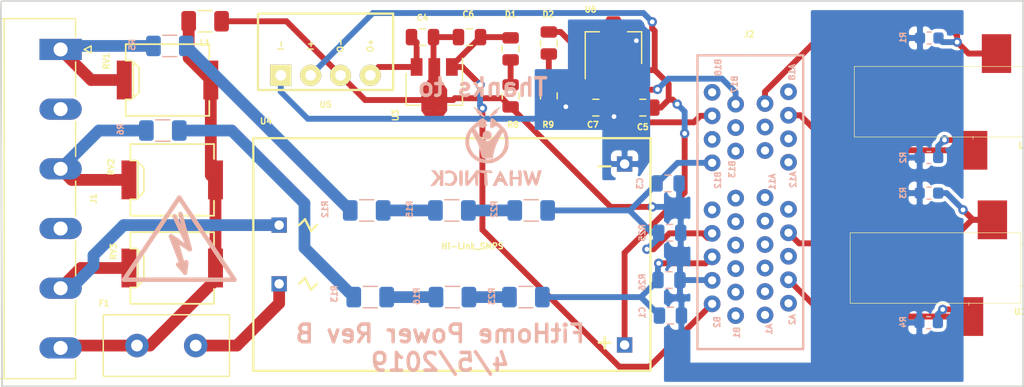
<source format=kicad_pcb>
(kicad_pcb (version 20171130) (host pcbnew "(5.0.1-3-g963ef8bb5)")

  (general
    (thickness 1.6)
    (drawings 8)
    (tracks 200)
    (zones 0)
    (modules 39)
    (nets 26)
  )

  (page A4)
  (layers
    (0 F.Cu signal hide)
    (31 B.Cu signal)
    (32 B.Adhes user)
    (33 F.Adhes user)
    (34 B.Paste user)
    (35 F.Paste user)
    (36 B.SilkS user)
    (37 F.SilkS user)
    (38 B.Mask user)
    (39 F.Mask user)
    (40 Dwgs.User user)
    (41 Cmts.User user)
    (42 Eco1.User user)
    (43 Eco2.User user)
    (44 Edge.Cuts user)
    (45 Margin user)
    (46 B.CrtYd user)
    (47 F.CrtYd user)
    (48 B.Fab user hide)
    (49 F.Fab user hide)
  )

  (setup
    (last_trace_width 0.5)
    (user_trace_width 0.2)
    (user_trace_width 0.5)
    (user_trace_width 1)
    (trace_clearance 0.2)
    (zone_clearance 0.3)
    (zone_45_only yes)
    (trace_min 0.2)
    (segment_width 0.2)
    (edge_width 0.15)
    (via_size 0.8)
    (via_drill 0.4)
    (via_min_size 0.3)
    (via_min_drill 0.2)
    (uvia_size 0.3)
    (uvia_drill 0.1)
    (uvias_allowed yes)
    (uvia_min_size 0.1)
    (uvia_min_drill 0.1)
    (pcb_text_width 0.3)
    (pcb_text_size 1.5 1.5)
    (mod_edge_width 0.15)
    (mod_text_size 0.5 0.5)
    (mod_text_width 0.12)
    (pad_size 1 1.8)
    (pad_drill 0)
    (pad_to_mask_clearance 0.2)
    (solder_mask_min_width 0.25)
    (aux_axis_origin 165.608 46.5074)
    (visible_elements 7FFFFF7F)
    (pcbplotparams
      (layerselection 0x010fc_ffffffff)
      (usegerberextensions true)
      (usegerberattributes true)
      (usegerberadvancedattributes true)
      (creategerberjobfile true)
      (excludeedgelayer true)
      (linewidth 0.100000)
      (plotframeref false)
      (viasonmask false)
      (mode 1)
      (useauxorigin false)
      (hpglpennumber 1)
      (hpglpenspeed 20)
      (hpglpendiameter 15.000000)
      (psnegative false)
      (psa4output false)
      (plotreference true)
      (plotvalue true)
      (plotinvisibletext false)
      (padsonsilk false)
      (subtractmaskfromsilk false)
      (outputformat 1)
      (mirror false)
      (drillshape 0)
      (scaleselection 1)
      (outputdirectory "pcbway_gerbers/"))
  )

  (net 0 "")
  (net 1 UA)
  (net 2 UN)
  (net 3 UB)
  (net 4 UC)
  (net 5 +5V)
  (net 6 +5V_ISO)
  (net 7 "Net-(D2-Pad1)")
  (net 8 /UN_IN)
  (net 9 VP_1)
  (net 10 VP_0)
  (net 11 GND_CPU)
  (net 12 3V3_CPU)
  (net 13 "Net-(D1-Pad1)")
  (net 14 I1N_0_N)
  (net 15 I1N_1_IN)
  (net 16 I1P_1_IN)
  (net 17 I1P_0_IN)
  (net 18 /ua_1)
  (net 19 /ub_1)
  (net 20 /ua_2)
  (net 21 /ub_2)
  (net 22 /ua_3)
  (net 23 /ub_3)
  (net 24 GND_M)
  (net 25 3V3_M)

  (net_class Default "This is the default net class."
    (clearance 0.2)
    (trace_width 0.25)
    (via_dia 0.8)
    (via_drill 0.4)
    (uvia_dia 0.3)
    (uvia_drill 0.1)
    (add_net /ub_1)
    (add_net /ub_2)
    (add_net /ub_3)
    (add_net 3V3_CPU)
    (add_net 3V3_M)
    (add_net GND_CPU)
    (add_net GND_M)
    (add_net I1N_0_N)
    (add_net I1N_1_IN)
    (add_net I1P_0_IN)
    (add_net I1P_1_IN)
    (add_net "Net-(D1-Pad1)")
    (add_net "Net-(D2-Pad1)")
    (add_net VP_0)
    (add_net VP_1)
  )

  (net_class AC ""
    (clearance 1)
    (trace_width 1)
    (via_dia 0.8)
    (via_drill 0.4)
    (uvia_dia 0.3)
    (uvia_drill 0.1)
    (add_net /UN_IN)
    (add_net /ua_1)
    (add_net /ua_2)
    (add_net /ua_3)
    (add_net UA)
    (add_net UB)
    (add_net UC)
    (add_net UN)
  )

  (net_class AC_LV ""
    (clearance 1)
    (trace_width 0.5)
    (via_dia 0.8)
    (via_drill 0.4)
    (uvia_dia 0.3)
    (uvia_drill 0.1)
  )

  (net_class PWR ""
    (clearance 0.3)
    (trace_width 0.5)
    (via_dia 0.8)
    (via_drill 0.4)
    (uvia_dia 0.3)
    (uvia_drill 0.1)
    (add_net +5V)
    (add_net +5V_ISO)
  )

  (module FitHome_PCI_Express_TH:PCIE-36-SKT locked (layer F.Cu) (tedit 5CA6427C) (tstamp 5CBFACEB)
    (at 169.6 60.6 90)
    (descr "PCIE-36 way socket")
    (path /5CA81E0B)
    (fp_text reference J2 (at 12 -0.6) (layer F.SilkS)
      (effects (font (size 0.5 0.5) (thickness 0.12)) (justify left bottom))
    )
    (fp_text value PCI_Express (at -7.111 -5.441 90) (layer F.SilkS) hide
      (effects (font (size 0.5 0.5) (thickness 0.12)) (justify left bottom))
    )
    (fp_line (start 10.75 4.75) (end 10.75 -4.75) (layer B.CrtYd) (width 0.2))
    (fp_line (start 10.75 -4.75) (end -14.75 -4.75) (layer B.CrtYd) (width 0.2))
    (fp_line (start -14.75 -4.75) (end -14.75 4.75) (layer B.CrtYd) (width 0.2))
    (fp_line (start -14.75 4.75) (end 10.75 4.75) (layer B.CrtYd) (width 0.2))
    (fp_line (start -14.5 4.5) (end 10.5 4.5) (layer B.SilkS) (width 0.2))
    (fp_line (start -14.5 4.5) (end -14.5 -4.5) (layer B.SilkS) (width 0.2))
    (fp_line (start 10.5 -4.5) (end 10.5 4.5) (layer B.SilkS) (width 0.2))
    (fp_line (start 10.5 -4.5) (end -14.5 -4.5) (layer B.SilkS) (width 0.2))
    (fp_line (start 0 0) (end 0 0) (layer F.SilkS) (width 0.127))
    (fp_line (start 0 0) (end 0 0) (layer F.Fab) (width 0.127))
    (fp_line (start 0 0) (end 0 0) (layer F.SilkS) (width 0.127))
    (fp_line (start 0 0) (end 0 0) (layer F.Fab) (width 0.127))
    (fp_line (start 0 0) (end 0 0) (layer F.SilkS) (width 0.127))
    (fp_line (start 0 0) (end 0 0) (layer F.SilkS) (width 0.127))
    (fp_line (start 0 0) (end 0 0) (layer F.SilkS) (width 0.127))
    (fp_line (start 0 0) (end 0 0) (layer F.Fab) (width 0.127))
    (fp_line (start 0 0) (end 0 0) (layer F.SilkS) (width 0.127))
    (fp_line (start 0 0) (end 0 0) (layer F.Fab) (width 0.127))
    (fp_line (start 0 0) (end 0 0) (layer F.SilkS) (width 0.127))
    (fp_line (start 0 0) (end 0 0) (layer F.SilkS) (width 0.127))
    (fp_text user A1 (at -12.81 1.6 90) (layer B.SilkS)
      (effects (font (size 0.5 0.5) (thickness 0.125)) (justify mirror))
    )
    (fp_text user A2 (at -11.99 3.57 90) (layer B.SilkS)
      (effects (font (size 0.5 0.5) (thickness 0.125)) (justify mirror))
    )
    (fp_text user A12 (at -0.08 3.64 90) (layer B.SilkS)
      (effects (font (size 0.5 0.5) (thickness 0.125)) (justify mirror))
    )
    (fp_text user A18 (at 9.06 3.55 90) (layer B.SilkS)
      (effects (font (size 0.5 0.5) (thickness 0.125)) (justify mirror))
    )
    (fp_text user A11 (at -0.26 1.87 90) (layer B.SilkS)
      (effects (font (size 0.5 0.5) (thickness 0.125)) (justify mirror))
    )
    (fp_text user B1 (at -13.1 -1.15 90) (layer B.SilkS)
      (effects (font (size 0.5 0.5) (thickness 0.125)) (justify mirror))
    )
    (fp_text user B2 (at -12.2 -2.83 90) (layer B.SilkS)
      (effects (font (size 0.5 0.5) (thickness 0.125)) (justify mirror))
    )
    (fp_text user B12 (at -0.13 -2.77 90) (layer B.SilkS)
      (effects (font (size 0.5 0.5) (thickness 0.125)) (justify mirror))
    )
    (fp_text user B18 (at 9.482 -2.741001 90) (layer B.SilkS)
      (effects (font (size 0.5 0.5) (thickness 0.125)) (justify mirror))
    )
    (fp_text user B13 (at 0.81 -1.55 90) (layer B.SilkS)
      (effects (font (size 0.5 0.5) (thickness 0.125)) (justify mirror))
    )
    (fp_text user B17 (at 8.04 -1.34 90) (layer B.SilkS)
      (effects (font (size 0.5 0.5) (thickness 0.125)) (justify mirror))
    )
    (pad B11 thru_hole circle (at -1.65 -1.25 90) (size 1.4224 1.4224) (drill 0.7) (layers *.Cu *.Mask))
    (pad B9 thru_hole circle (at -3.65 -1.25 90) (size 1.4224 1.4224) (drill 0.7) (layers *.Cu *.Mask))
    (pad B7 thru_hole circle (at -5.65 -1.25 90) (size 1.4224 1.4224) (drill 0.7) (layers *.Cu *.Mask))
    (pad B5 thru_hole circle (at -7.65 -1.25 90) (size 1.4224 1.4224) (drill 0.7) (layers *.Cu *.Mask))
    (pad B3 thru_hole circle (at -9.65 -1.25 90) (size 1.4224 1.4224) (drill 0.7) (layers *.Cu *.Mask))
    (pad B1 thru_hole circle (at -11.65 -1.25 90) (size 1.4224 1.4224) (drill 0.7) (layers *.Cu *.Mask))
    (pad B2 thru_hole circle (at -10.65 -3.25 90) (size 1.4224 1.4224) (drill 0.7) (layers *.Cu *.Mask)
      (net 25 3V3_M))
    (pad B4 thru_hole circle (at -8.65 -3.25 90) (size 1.4224 1.4224) (drill 0.7) (layers *.Cu *.Mask)
      (net 24 GND_M))
    (pad B6 thru_hole circle (at -6.65 -3.25 90) (size 1.4224 1.4224) (drill 0.7) (layers *.Cu *.Mask)
      (net 9 VP_1))
    (pad B8 thru_hole circle (at -4.65 -3.25 90) (size 1.4224 1.4224) (drill 0.7) (layers *.Cu *.Mask))
    (pad B10 thru_hole circle (at -2.65 -3.25 270) (size 1.4224 1.4224) (drill 0.7) (layers *.Cu *.Mask))
    (pad A1 thru_hole circle (at -11.6 1.25 270) (size 1.4224 1.4224) (drill 0.7) (layers *.Cu *.Mask))
    (pad A3 thru_hole circle (at -9.6 1.25 270) (size 1.4224 1.4224) (drill 0.7) (layers *.Cu *.Mask))
    (pad A5 thru_hole circle (at -7.6 1.25 270) (size 1.4224 1.4224) (drill 0.7) (layers *.Cu *.Mask))
    (pad A7 thru_hole circle (at -5.6 1.25 270) (size 1.4224 1.4224) (drill 0.7) (layers *.Cu *.Mask))
    (pad A9 thru_hole circle (at -3.6 1.25 270) (size 1.4224 1.4224) (drill 0.7) (layers *.Cu *.Mask))
    (pad A11 thru_hole circle (at -1.6 1.25 270) (size 1.4224 1.4224) (drill 0.7) (layers *.Cu *.Mask))
    (pad A10 thru_hole circle (at -2.6 3.25 270) (size 1.4224 1.4224) (drill 0.7) (layers *.Cu *.Mask))
    (pad A8 thru_hole circle (at -4.6 3.25 270) (size 1.4224 1.4224) (drill 0.7) (layers *.Cu *.Mask)
      (net 16 I1P_1_IN))
    (pad A6 thru_hole circle (at -6.6 3.25 270) (size 1.4224 1.4224) (drill 0.7) (layers *.Cu *.Mask))
    (pad A4 thru_hole circle (at -8.6 3.25 270) (size 1.4224 1.4224) (drill 0.7) (layers *.Cu *.Mask)
      (net 15 I1N_1_IN))
    (pad A2 thru_hole circle (at -10.6 3.25 270) (size 1.4224 1.4224) (drill 0.7) (layers *.Cu *.Mask))
    (pad B18 thru_hole circle (at 7.35 -3.25 90) (size 1.4224 1.4224) (drill 0.7) (layers *.Cu *.Mask))
    (pad B16 thru_hole circle (at 5.35 -3.25 90) (size 1.4224 1.4224) (drill 0.7) (layers *.Cu *.Mask)
      (net 11 GND_CPU))
    (pad B14 thru_hole circle (at 3.35 -3.25 90) (size 1.4224 1.4224) (drill 0.7) (layers *.Cu *.Mask))
    (pad B12 thru_hole circle (at 1.35 -3.25 90) (size 1.4224 1.4224) (drill 0.7) (layers *.Cu *.Mask)
      (net 10 VP_0))
    (pad B13 thru_hole circle (at 2.35 -1.25 90) (size 1.4224 1.4224) (drill 0.7) (layers *.Cu *.Mask))
    (pad B15 thru_hole circle (at 4.35 -1.25 270) (size 1.4224 1.4224) (drill 0.7) (layers *.Cu *.Mask))
    (pad B17 thru_hole circle (at 6.35 -1.25 90) (size 1.4224 1.4224) (drill 0.7) (layers *.Cu *.Mask)
      (net 12 3V3_CPU))
    (pad A12 thru_hole circle (at 1.4 3.25 270) (size 1.4224 1.4224) (drill 0.7) (layers *.Cu *.Mask))
    (pad A14 thru_hole circle (at 3.4 3.25 270) (size 1.4224 1.4224) (drill 0.7) (layers *.Cu *.Mask))
    (pad A16 thru_hole circle (at 5.4 3.25 270) (size 1.4224 1.4224) (drill 0.7) (layers *.Cu *.Mask)
      (net 14 I1N_0_N))
    (pad A18 thru_hole circle (at 7.4 3.25 270) (size 1.4224 1.4224) (drill 0.7) (layers *.Cu *.Mask))
    (pad A17 thru_hole circle (at 6.4 1.25 270) (size 1.4224 1.4224) (drill 0.7) (layers *.Cu *.Mask)
      (net 17 I1P_0_IN))
    (pad A15 thru_hole circle (at 4.4 1.25 270) (size 1.4224 1.4224) (drill 0.7) (layers *.Cu *.Mask))
    (pad A13 thru_hole circle (at 2.4 1.25 270) (size 1.4224 1.4224) (drill 0.7) (layers *.Cu *.Mask))
    (pad "" np_thru_hole circle (at 0 0 90) (size 2.35 2.35) (drill 2.35) (layers *.Cu))
    (pad "" np_thru_hole circle (at 9.15 0 90) (size 2.35 2.35) (drill 2.35) (layers *.Cu))
    (model ${KIPRJMOD}/pcix.3dshapes/10018783-x0xxx_36c.stp
      (offset (xyz 0 0 -1.49999997747226))
      (scale (xyz 1 1 1))
      (rotate (xyz 90 0 0))
    )
  )

  (module Capacitor_SMD:C_0805_2012Metric (layer B.Cu) (tedit 5B36C52B) (tstamp 5CDBE606)
    (at 162.6 61)
    (descr "Capacitor SMD 0805 (2012 Metric), square (rectangular) end terminal, IPC_7351 nominal, (Body size source: https://docs.google.com/spreadsheets/d/1BsfQQcO9C6DZCsRaXUlFlo91Tg2WpOkGARC1WS5S8t0/edit?usp=sharing), generated with kicad-footprint-generator")
    (tags capacitor)
    (path /59F735EE)
    (attr smd)
    (fp_text reference C3 (at -2.4 0 90) (layer B.SilkS)
      (effects (font (size 0.5 0.5) (thickness 0.12)) (justify mirror))
    )
    (fp_text value .033u (at 0 -1.65) (layer B.Fab)
      (effects (font (size 0.5 0.5) (thickness 0.12)) (justify mirror))
    )
    (fp_line (start -1 -0.6) (end -1 0.6) (layer B.Fab) (width 0.1))
    (fp_line (start -1 0.6) (end 1 0.6) (layer B.Fab) (width 0.1))
    (fp_line (start 1 0.6) (end 1 -0.6) (layer B.Fab) (width 0.1))
    (fp_line (start 1 -0.6) (end -1 -0.6) (layer B.Fab) (width 0.1))
    (fp_line (start -0.258578 0.71) (end 0.258578 0.71) (layer B.SilkS) (width 0.12))
    (fp_line (start -0.258578 -0.71) (end 0.258578 -0.71) (layer B.SilkS) (width 0.12))
    (fp_line (start -1.68 -0.95) (end -1.68 0.95) (layer B.CrtYd) (width 0.05))
    (fp_line (start -1.68 0.95) (end 1.68 0.95) (layer B.CrtYd) (width 0.05))
    (fp_line (start 1.68 0.95) (end 1.68 -0.95) (layer B.CrtYd) (width 0.05))
    (fp_line (start 1.68 -0.95) (end -1.68 -0.95) (layer B.CrtYd) (width 0.05))
    (fp_text user %R (at 0 0) (layer B.Fab)
      (effects (font (size 0.5 0.5) (thickness 0.12)) (justify mirror))
    )
    (pad 1 smd roundrect (at -0.9375 0) (size 0.975 1.4) (layers B.Cu B.Paste B.Mask) (roundrect_rratio 0.25)
      (net 10 VP_0))
    (pad 2 smd roundrect (at 0.9375 0) (size 0.975 1.4) (layers B.Cu B.Paste B.Mask) (roundrect_rratio 0.25)
      (net 24 GND_M))
    (model ${KISYS3DMOD}/Capacitor_SMD.3dshapes/C_0805_2012Metric.wrl
      (at (xyz 0 0 0))
      (scale (xyz 1 1 1))
      (rotate (xyz 0 0 0))
    )
  )

  (module hi-link_smps:HKLPM01 (layer F.Cu) (tedit 5A25E58C) (tstamp 5CDBE7DB)
    (at 144.2 67.05)
    (path /59F735D5)
    (fp_text reference U4 (at -16.4 -11.05) (layer F.SilkS)
      (effects (font (size 0.5 0.5) (thickness 0.12)) (justify left bottom))
    )
    (fp_text value Hi-Link_SMPS (at 1.74752 -0.70612) (layer F.SilkS)
      (effects (font (size 0.5 0.5) (thickness 0.12)))
    )
    (fp_line (start -13 -2.5) (end -12.5 -3) (layer F.SilkS) (width 0.2))
    (fp_line (start -12.5 -3) (end -12 -2) (layer F.SilkS) (width 0.2))
    (fp_line (start -12 -2) (end -11.5 -2.5) (layer F.SilkS) (width 0.2))
    (fp_line (start -13 2.5) (end -12.5 2) (layer F.SilkS) (width 0.2))
    (fp_line (start -12.5 2) (end -12 3) (layer F.SilkS) (width 0.2))
    (fp_line (start -12 3) (end -11.5 2.5) (layer F.SilkS) (width 0.2))
    (fp_line (start 13 7) (end 13 8) (layer F.SilkS) (width 0.2))
    (fp_line (start 13.5 7.5) (end 12.5 7.5) (layer F.SilkS) (width 0.2))
    (fp_line (start 13.5 -7.5) (end 12.5 -7.5) (layer F.SilkS) (width 0.2))
    (fp_line (start -17.2 -10.2) (end 17.2 -10.2) (layer F.CrtYd) (width 0.2))
    (fp_line (start 17.2 -10.2) (end 17.2 10.2) (layer F.CrtYd) (width 0.2))
    (fp_line (start -17.2 10.2) (end -17.2 -10.2) (layer F.CrtYd) (width 0.2))
    (fp_line (start -17.2 10.2) (end 17.2 10.2) (layer F.CrtYd) (width 0.2))
    (fp_line (start -16.9 9.9) (end 16.9 9.9) (layer F.SilkS) (width 0.2))
    (fp_line (start 16.9 9.9) (end 16.9 -9.9) (layer F.SilkS) (width 0.2))
    (fp_line (start 16.9 -9.9) (end -16.9 -9.9) (layer F.SilkS) (width 0.2))
    (fp_line (start -16.9 -9.9) (end -16.9 9.9) (layer F.SilkS) (width 0.2))
    (pad 4 thru_hole rect (at 14.7 7.7) (size 1.308 1.308) (drill 0.8) (layers *.Cu *.Mask)
      (net 5 +5V))
    (pad 3 thru_hole rect (at 14.7 -7.7) (size 1.308 1.308) (drill 0.8) (layers *.Cu *.Mask)
      (net 11 GND_CPU))
    (pad 2 thru_hole rect (at -14.7 2.5) (size 1.308 1.308) (drill 0.8) (layers *.Cu *.Mask)
      (net 8 /UN_IN))
    (pad 1 thru_hole rect (at -14.7 -2.5) (size 1.308 1.308) (drill 0.8) (layers *.Cu *.Mask)
      (net 4 UC))
    (model ${KIPRJMOD}/hi-link.3dshapes/hilink.step
      (offset (xyz -18.99999971464863 -11.49999982728733 0))
      (scale (xyz 1 1 1))
      (rotate (xyz 0 0 0))
    )
  )

  (module hi-link_smps:SIP4 (layer F.Cu) (tedit 5A25E7F3) (tstamp 5CDBE7EF)
    (at 133.45 51.8)
    (path /59F735E9)
    (fp_text reference U5 (at 0 2.5) (layer F.SilkS)
      (effects (font (size 0.5 0.5) (thickness 0.12)))
    )
    (fp_text value dc-dc (at 0 0) (layer F.SilkS) hide
      (effects (font (size 0.5 0.5) (thickness 0.12)))
    )
    (fp_text user O+ (at 3.81 -2.54 90) (layer F.SilkS)
      (effects (font (size 0.5 0.5) (thickness 0.12)))
    )
    (fp_text user O- (at 1.27 -2.54 90) (layer F.SilkS)
      (effects (font (size 0.5 0.5) (thickness 0.12)))
    )
    (fp_text user I+ (at -1.27 -2.54 90) (layer F.SilkS)
      (effects (font (size 0.5 0.5) (thickness 0.12)))
    )
    (fp_text user I- (at -3.81 -2.54 90) (layer F.SilkS)
      (effects (font (size 0.5 0.5) (thickness 0.12)))
    )
    (fp_line (start 6 -5.5) (end 6 1.5) (layer F.CrtYd) (width 0.2))
    (fp_line (start 6 1.5) (end -6 1.5) (layer F.CrtYd) (width 0.2))
    (fp_line (start -6 1.5) (end -6 -5.5) (layer F.CrtYd) (width 0.2))
    (fp_line (start -6 -5.5) (end 6 -5.5) (layer F.CrtYd) (width 0.2))
    (fp_line (start -5.75 1.25) (end -5.75 -5.25) (layer F.SilkS) (width 0.2))
    (fp_line (start -5.75 -5.25) (end 5.75 -5.25) (layer F.SilkS) (width 0.2))
    (fp_line (start 5.75 -5.25) (end 5.75 1.25) (layer F.SilkS) (width 0.2))
    (fp_line (start 5.75 1.25) (end -5.75 1.25) (layer F.SilkS) (width 0.2))
    (pad 4 thru_hole circle (at 3.81 0) (size 1.8 1.8) (drill 0.9) (layers *.Cu *.Mask F.SilkS)
      (net 6 +5V_ISO))
    (pad 3 thru_hole circle (at 1.27 0) (size 1.8 1.8) (drill 0.9) (layers *.Cu *.Mask F.SilkS)
      (net 24 GND_M))
    (pad 2 thru_hole circle (at -1.27 0) (size 1.8 1.8) (drill 0.9) (layers *.Cu *.Mask F.SilkS)
      (net 5 +5V))
    (pad 1 thru_hole rect (at -3.81 0) (size 1.8 1.8) (drill 0.9) (layers *.Cu *.Mask F.SilkS)
      (net 11 GND_CPU))
    (model ${KIPRJMOD}/dc-dc.3dshapes/PCSA1-S5-S5-S.stp
      (offset (xyz 0 4.29999993542048 0))
      (scale (xyz 1 1 1))
      (rotate (xyz -90 0 0))
    )
  )

  (module Connectors_Phoenix:PhoenixContact_MC-G_06x5.08mm_Angled (layer F.Cu) (tedit 59566E60) (tstamp 5CE88A2B)
    (at 110.9 49.6 270)
    (descr "Generic Phoenix Contact connector footprint for series: MC-G; number of pins: 06; pin pitch: 5.08mm; Angled || order number: 1836228 8A 320V")
    (tags "phoenix_contact connector MC_01x06_G_5.08mm")
    (path /59F735DC)
    (fp_text reference J1 (at 12.7 -2.8 270) (layer F.SilkS)
      (effects (font (size 0.5 0.5) (thickness 0.12)))
    )
    (fp_text value CONN_01X06 (at 12.7 9 270) (layer F.Fab)
      (effects (font (size 0.5 0.5) (thickness 0.12)))
    )
    (fp_text user %R (at 12.7 3 270) (layer F.Fab)
      (effects (font (size 0.5 0.5) (thickness 0.12)))
    )
    (fp_line (start 0 0) (end -0.8 -1.2) (layer F.Fab) (width 0.1))
    (fp_line (start 0.8 -1.2) (end 0 0) (layer F.Fab) (width 0.1))
    (fp_line (start -0.3 -2.6) (end 0.3 -2.6) (layer F.SilkS) (width 0.12))
    (fp_line (start 0 -2) (end -0.3 -2.6) (layer F.SilkS) (width 0.12))
    (fp_line (start 0.3 -2.6) (end 0 -2) (layer F.SilkS) (width 0.12))
    (fp_line (start 28.44 -2.3) (end -3.12 -2.3) (layer F.CrtYd) (width 0.05))
    (fp_line (start 28.44 8.5) (end 28.44 -2.3) (layer F.CrtYd) (width 0.05))
    (fp_line (start -3.12 8.5) (end 28.44 8.5) (layer F.CrtYd) (width 0.05))
    (fp_line (start -3.12 -2.3) (end -3.12 8.5) (layer F.CrtYd) (width 0.05))
    (fp_line (start -2.62 4.8) (end 28.02 4.8) (layer F.SilkS) (width 0.12))
    (fp_line (start 27.94 -1.2) (end -2.54 -1.2) (layer F.Fab) (width 0.1))
    (fp_line (start 27.94 8) (end 27.94 -1.2) (layer F.Fab) (width 0.1))
    (fp_line (start -2.54 8) (end 27.94 8) (layer F.Fab) (width 0.1))
    (fp_line (start -2.54 -1.2) (end -2.54 8) (layer F.Fab) (width 0.1))
    (fp_line (start 21.37 -1.28) (end 24.35 -1.28) (layer F.SilkS) (width 0.12))
    (fp_line (start 16.29 -1.28) (end 19.27 -1.28) (layer F.SilkS) (width 0.12))
    (fp_line (start 11.21 -1.28) (end 14.19 -1.28) (layer F.SilkS) (width 0.12))
    (fp_line (start 6.13 -1.28) (end 9.11 -1.28) (layer F.SilkS) (width 0.12))
    (fp_line (start 1.05 -1.28) (end 4.03 -1.28) (layer F.SilkS) (width 0.12))
    (fp_line (start 28.02 -1.28) (end 26.45 -1.28) (layer F.SilkS) (width 0.12))
    (fp_line (start -2.62 -1.28) (end -1.05 -1.28) (layer F.SilkS) (width 0.12))
    (fp_line (start 28.02 8.08) (end 28.02 -1.28) (layer F.SilkS) (width 0.12))
    (fp_line (start -2.62 8.08) (end 28.02 8.08) (layer F.SilkS) (width 0.12))
    (fp_line (start -2.62 -1.28) (end -2.62 8.08) (layer F.SilkS) (width 0.12))
    (pad 6 thru_hole oval (at 25.4 0 270) (size 1.8 3.6) (drill 1.2) (layers *.Cu *.Mask)
      (net 2 UN))
    (pad 5 thru_hole oval (at 20.32 0 270) (size 1.8 3.6) (drill 1.2) (layers *.Cu *.Mask)
      (net 4 UC))
    (pad 4 thru_hole oval (at 15.24 0 270) (size 1.8 3.6) (drill 1.2) (layers *.Cu *.Mask))
    (pad 3 thru_hole oval (at 10.16 0 270) (size 1.8 3.6) (drill 1.2) (layers *.Cu *.Mask)
      (net 3 UB))
    (pad 2 thru_hole oval (at 5.08 0 270) (size 1.8 3.6) (drill 1.2) (layers *.Cu *.Mask))
    (pad 1 thru_hole rect (at 0 0 270) (size 1.8 3.6) (drill 1.2) (layers *.Cu *.Mask)
      (net 1 UA))
    (model ${KISYS3DMOD}/Connectors_Phoenix.3dshapes/PhoenixContact_MC-G_06x5.08mm_Angled.wrl
      (at (xyz 0 0 0))
      (scale (xyz 1 1 1))
      (rotate (xyz 0 0 0))
    )
  )

  (module Capacitor_SMD:C_0805_2012Metric (layer B.Cu) (tedit 5C98B839) (tstamp 5C93925C)
    (at 162.8 72.25)
    (descr "Capacitor SMD 0805 (2012 Metric), square (rectangular) end terminal, IPC_7351 nominal, (Body size source: https://docs.google.com/spreadsheets/d/1BsfQQcO9C6DZCsRaXUlFlo91Tg2WpOkGARC1WS5S8t0/edit?usp=sharing), generated with kicad-footprint-generator")
    (tags capacitor)
    (path /59F735EF)
    (attr smd)
    (fp_text reference C1 (at -2.4 -0.25 90) (layer B.SilkS)
      (effects (font (size 0.5 0.5) (thickness 0.12)) (justify mirror))
    )
    (fp_text value .033u (at 0 -1.65) (layer B.Fab)
      (effects (font (size 0.5 0.5) (thickness 0.12)) (justify mirror))
    )
    (fp_line (start -1 -0.6) (end -1 0.6) (layer B.Fab) (width 0.1))
    (fp_line (start -1 0.6) (end 1 0.6) (layer B.Fab) (width 0.1))
    (fp_line (start 1 0.6) (end 1 -0.6) (layer B.Fab) (width 0.1))
    (fp_line (start 1 -0.6) (end -1 -0.6) (layer B.Fab) (width 0.1))
    (fp_line (start -0.258578 0.71) (end 0.258578 0.71) (layer B.SilkS) (width 0.12))
    (fp_line (start -0.258578 -0.71) (end 0.258578 -0.71) (layer B.SilkS) (width 0.12))
    (fp_line (start -1.68 -0.95) (end -1.68 0.95) (layer B.CrtYd) (width 0.05))
    (fp_line (start -1.68 0.95) (end 1.68 0.95) (layer B.CrtYd) (width 0.05))
    (fp_line (start 1.68 0.95) (end 1.68 -0.95) (layer B.CrtYd) (width 0.05))
    (fp_line (start 1.68 -0.95) (end -1.68 -0.95) (layer B.CrtYd) (width 0.05))
    (fp_text user %R (at 0 0) (layer B.Fab)
      (effects (font (size 0.5 0.5) (thickness 0.12)) (justify mirror))
    )
    (pad 1 smd roundrect (at -0.9375 0) (size 0.975 1.4) (layers B.Cu B.Paste B.Mask) (roundrect_rratio 0.25)
      (net 9 VP_1))
    (pad 2 smd roundrect (at 0.9375 0) (size 0.975 1.4) (layers B.Cu B.Paste B.Mask) (roundrect_rratio 0.25)
      (net 24 GND_M))
    (model ${KISYS3DMOD}/Capacitor_SMD.3dshapes/C_0805_2012Metric.wrl
      (at (xyz 0 0 0))
      (scale (xyz 1 1 1))
      (rotate (xyz 0 0 0))
    )
  )

  (module Capacitor_SMD:C_0805_2012Metric (layer F.Cu) (tedit 5B36C52B) (tstamp 5CDBE617)
    (at 141.7 48.55)
    (descr "Capacitor SMD 0805 (2012 Metric), square (rectangular) end terminal, IPC_7351 nominal, (Body size source: https://docs.google.com/spreadsheets/d/1BsfQQcO9C6DZCsRaXUlFlo91Tg2WpOkGARC1WS5S8t0/edit?usp=sharing), generated with kicad-footprint-generator")
    (tags capacitor)
    (path /5C8F1939)
    (attr smd)
    (fp_text reference C4 (at 0 -1.65) (layer F.SilkS)
      (effects (font (size 0.5 0.5) (thickness 0.12)))
    )
    (fp_text value 1u (at 0 1.65) (layer F.Fab)
      (effects (font (size 0.5 0.5) (thickness 0.12)))
    )
    (fp_text user %R (at 0 0) (layer F.Fab)
      (effects (font (size 0.5 0.5) (thickness 0.12)))
    )
    (fp_line (start 1.68 0.95) (end -1.68 0.95) (layer F.CrtYd) (width 0.05))
    (fp_line (start 1.68 -0.95) (end 1.68 0.95) (layer F.CrtYd) (width 0.05))
    (fp_line (start -1.68 -0.95) (end 1.68 -0.95) (layer F.CrtYd) (width 0.05))
    (fp_line (start -1.68 0.95) (end -1.68 -0.95) (layer F.CrtYd) (width 0.05))
    (fp_line (start -0.258578 0.71) (end 0.258578 0.71) (layer F.SilkS) (width 0.12))
    (fp_line (start -0.258578 -0.71) (end 0.258578 -0.71) (layer F.SilkS) (width 0.12))
    (fp_line (start 1 0.6) (end -1 0.6) (layer F.Fab) (width 0.1))
    (fp_line (start 1 -0.6) (end 1 0.6) (layer F.Fab) (width 0.1))
    (fp_line (start -1 -0.6) (end 1 -0.6) (layer F.Fab) (width 0.1))
    (fp_line (start -1 0.6) (end -1 -0.6) (layer F.Fab) (width 0.1))
    (pad 2 smd roundrect (at 0.9375 0) (size 0.975 1.4) (layers F.Cu F.Paste F.Mask) (roundrect_rratio 0.25)
      (net 24 GND_M))
    (pad 1 smd roundrect (at -0.9375 0) (size 0.975 1.4) (layers F.Cu F.Paste F.Mask) (roundrect_rratio 0.25)
      (net 6 +5V_ISO))
    (model ${KISYS3DMOD}/Capacitor_SMD.3dshapes/C_0805_2012Metric.wrl
      (at (xyz 0 0 0))
      (scale (xyz 1 1 1))
      (rotate (xyz 0 0 0))
    )
  )

  (module Capacitor_SMD:C_0805_2012Metric (layer F.Cu) (tedit 5B36C52B) (tstamp 5CDBE628)
    (at 160.45 54.55 180)
    (descr "Capacitor SMD 0805 (2012 Metric), square (rectangular) end terminal, IPC_7351 nominal, (Body size source: https://docs.google.com/spreadsheets/d/1BsfQQcO9C6DZCsRaXUlFlo91Tg2WpOkGARC1WS5S8t0/edit?usp=sharing), generated with kicad-footprint-generator")
    (tags capacitor)
    (path /5C8FDCF0)
    (attr smd)
    (fp_text reference C5 (at 0 -1.65 180) (layer F.SilkS)
      (effects (font (size 0.5 0.5) (thickness 0.12)))
    )
    (fp_text value 1u (at 0 1.65 180) (layer F.Fab)
      (effects (font (size 0.5 0.5) (thickness 0.12)))
    )
    (fp_text user %R (at 0 0 180) (layer F.Fab)
      (effects (font (size 0.5 0.5) (thickness 0.12)))
    )
    (fp_line (start 1.68 0.95) (end -1.68 0.95) (layer F.CrtYd) (width 0.05))
    (fp_line (start 1.68 -0.95) (end 1.68 0.95) (layer F.CrtYd) (width 0.05))
    (fp_line (start -1.68 -0.95) (end 1.68 -0.95) (layer F.CrtYd) (width 0.05))
    (fp_line (start -1.68 0.95) (end -1.68 -0.95) (layer F.CrtYd) (width 0.05))
    (fp_line (start -0.258578 0.71) (end 0.258578 0.71) (layer F.SilkS) (width 0.12))
    (fp_line (start -0.258578 -0.71) (end 0.258578 -0.71) (layer F.SilkS) (width 0.12))
    (fp_line (start 1 0.6) (end -1 0.6) (layer F.Fab) (width 0.1))
    (fp_line (start 1 -0.6) (end 1 0.6) (layer F.Fab) (width 0.1))
    (fp_line (start -1 -0.6) (end 1 -0.6) (layer F.Fab) (width 0.1))
    (fp_line (start -1 0.6) (end -1 -0.6) (layer F.Fab) (width 0.1))
    (pad 2 smd roundrect (at 0.9375 0 180) (size 0.975 1.4) (layers F.Cu F.Paste F.Mask) (roundrect_rratio 0.25)
      (net 11 GND_CPU))
    (pad 1 smd roundrect (at -0.9375 0 180) (size 0.975 1.4) (layers F.Cu F.Paste F.Mask) (roundrect_rratio 0.25)
      (net 5 +5V))
    (model ${KISYS3DMOD}/Capacitor_SMD.3dshapes/C_0805_2012Metric.wrl
      (at (xyz 0 0 0))
      (scale (xyz 1 1 1))
      (rotate (xyz 0 0 0))
    )
  )

  (module Capacitor_SMD:C_0805_2012Metric (layer F.Cu) (tedit 5B36C52B) (tstamp 5CDBE639)
    (at 145.7 48.55 180)
    (descr "Capacitor SMD 0805 (2012 Metric), square (rectangular) end terminal, IPC_7351 nominal, (Body size source: https://docs.google.com/spreadsheets/d/1BsfQQcO9C6DZCsRaXUlFlo91Tg2WpOkGARC1WS5S8t0/edit?usp=sharing), generated with kicad-footprint-generator")
    (tags capacitor)
    (path /5C8F8CF8)
    (attr smd)
    (fp_text reference C6 (at 0.1 1.95 180) (layer F.SilkS)
      (effects (font (size 0.5 0.5) (thickness 0.12)))
    )
    (fp_text value 1u (at 0 1.65 180) (layer F.Fab)
      (effects (font (size 0.5 0.5) (thickness 0.12)))
    )
    (fp_line (start -1 0.6) (end -1 -0.6) (layer F.Fab) (width 0.1))
    (fp_line (start -1 -0.6) (end 1 -0.6) (layer F.Fab) (width 0.1))
    (fp_line (start 1 -0.6) (end 1 0.6) (layer F.Fab) (width 0.1))
    (fp_line (start 1 0.6) (end -1 0.6) (layer F.Fab) (width 0.1))
    (fp_line (start -0.258578 -0.71) (end 0.258578 -0.71) (layer F.SilkS) (width 0.12))
    (fp_line (start -0.258578 0.71) (end 0.258578 0.71) (layer F.SilkS) (width 0.12))
    (fp_line (start -1.68 0.95) (end -1.68 -0.95) (layer F.CrtYd) (width 0.05))
    (fp_line (start -1.68 -0.95) (end 1.68 -0.95) (layer F.CrtYd) (width 0.05))
    (fp_line (start 1.68 -0.95) (end 1.68 0.95) (layer F.CrtYd) (width 0.05))
    (fp_line (start 1.68 0.95) (end -1.68 0.95) (layer F.CrtYd) (width 0.05))
    (fp_text user %R (at 0 0 180) (layer F.Fab)
      (effects (font (size 0.5 0.5) (thickness 0.12)))
    )
    (pad 1 smd roundrect (at -0.9375 0 180) (size 0.975 1.4) (layers F.Cu F.Paste F.Mask) (roundrect_rratio 0.25)
      (net 25 3V3_M))
    (pad 2 smd roundrect (at 0.9375 0 180) (size 0.975 1.4) (layers F.Cu F.Paste F.Mask) (roundrect_rratio 0.25)
      (net 24 GND_M))
    (model ${KISYS3DMOD}/Capacitor_SMD.3dshapes/C_0805_2012Metric.wrl
      (at (xyz 0 0 0))
      (scale (xyz 1 1 1))
      (rotate (xyz 0 0 0))
    )
  )

  (module Capacitor_SMD:C_0805_2012Metric (layer F.Cu) (tedit 5B36C52B) (tstamp 5CDBE64A)
    (at 156.45 54.55)
    (descr "Capacitor SMD 0805 (2012 Metric), square (rectangular) end terminal, IPC_7351 nominal, (Body size source: https://docs.google.com/spreadsheets/d/1BsfQQcO9C6DZCsRaXUlFlo91Tg2WpOkGARC1WS5S8t0/edit?usp=sharing), generated with kicad-footprint-generator")
    (tags capacitor)
    (path /5C8FDD05)
    (attr smd)
    (fp_text reference C7 (at -0.25 1.45) (layer F.SilkS)
      (effects (font (size 0.5 0.5) (thickness 0.12)))
    )
    (fp_text value 1u (at 0 1.65) (layer F.Fab)
      (effects (font (size 0.5 0.5) (thickness 0.12)))
    )
    (fp_line (start -1 0.6) (end -1 -0.6) (layer F.Fab) (width 0.1))
    (fp_line (start -1 -0.6) (end 1 -0.6) (layer F.Fab) (width 0.1))
    (fp_line (start 1 -0.6) (end 1 0.6) (layer F.Fab) (width 0.1))
    (fp_line (start 1 0.6) (end -1 0.6) (layer F.Fab) (width 0.1))
    (fp_line (start -0.258578 -0.71) (end 0.258578 -0.71) (layer F.SilkS) (width 0.12))
    (fp_line (start -0.258578 0.71) (end 0.258578 0.71) (layer F.SilkS) (width 0.12))
    (fp_line (start -1.68 0.95) (end -1.68 -0.95) (layer F.CrtYd) (width 0.05))
    (fp_line (start -1.68 -0.95) (end 1.68 -0.95) (layer F.CrtYd) (width 0.05))
    (fp_line (start 1.68 -0.95) (end 1.68 0.95) (layer F.CrtYd) (width 0.05))
    (fp_line (start 1.68 0.95) (end -1.68 0.95) (layer F.CrtYd) (width 0.05))
    (fp_text user %R (at 0 0) (layer F.Fab)
      (effects (font (size 0.5 0.5) (thickness 0.12)))
    )
    (pad 1 smd roundrect (at -0.9375 0) (size 0.975 1.4) (layers F.Cu F.Paste F.Mask) (roundrect_rratio 0.25)
      (net 12 3V3_CPU))
    (pad 2 smd roundrect (at 0.9375 0) (size 0.975 1.4) (layers F.Cu F.Paste F.Mask) (roundrect_rratio 0.25)
      (net 11 GND_CPU))
    (model ${KISYS3DMOD}/Capacitor_SMD.3dshapes/C_0805_2012Metric.wrl
      (at (xyz 0 0 0))
      (scale (xyz 1 1 1))
      (rotate (xyz 0 0 0))
    )
  )

  (module Capacitor_SMD:C_0805_2012Metric (layer F.Cu) (tedit 5B36C52B) (tstamp 5CDBE65B)
    (at 149.2 49.55 90)
    (descr "Capacitor SMD 0805 (2012 Metric), square (rectangular) end terminal, IPC_7351 nominal, (Body size source: https://docs.google.com/spreadsheets/d/1BsfQQcO9C6DZCsRaXUlFlo91Tg2WpOkGARC1WS5S8t0/edit?usp=sharing), generated with kicad-footprint-generator")
    (tags capacitor)
    (path /5C8F08AF)
    (attr smd)
    (fp_text reference D1 (at 2.95 0 180) (layer F.SilkS)
      (effects (font (size 0.5 0.5) (thickness 0.12)))
    )
    (fp_text value IND_LED (at 0 1.65 90) (layer F.Fab)
      (effects (font (size 0.5 0.5) (thickness 0.12)))
    )
    (fp_line (start -1 0.6) (end -1 -0.6) (layer F.Fab) (width 0.1))
    (fp_line (start -1 -0.6) (end 1 -0.6) (layer F.Fab) (width 0.1))
    (fp_line (start 1 -0.6) (end 1 0.6) (layer F.Fab) (width 0.1))
    (fp_line (start 1 0.6) (end -1 0.6) (layer F.Fab) (width 0.1))
    (fp_line (start -0.258578 -0.71) (end 0.258578 -0.71) (layer F.SilkS) (width 0.12))
    (fp_line (start -0.258578 0.71) (end 0.258578 0.71) (layer F.SilkS) (width 0.12))
    (fp_line (start -1.68 0.95) (end -1.68 -0.95) (layer F.CrtYd) (width 0.05))
    (fp_line (start -1.68 -0.95) (end 1.68 -0.95) (layer F.CrtYd) (width 0.05))
    (fp_line (start 1.68 -0.95) (end 1.68 0.95) (layer F.CrtYd) (width 0.05))
    (fp_line (start 1.68 0.95) (end -1.68 0.95) (layer F.CrtYd) (width 0.05))
    (fp_text user %R (at 0 0 90) (layer F.Fab)
      (effects (font (size 0.5 0.5) (thickness 0.12)))
    )
    (pad 1 smd roundrect (at -0.9375 0 90) (size 0.975 1.4) (layers F.Cu F.Paste F.Mask) (roundrect_rratio 0.25)
      (net 13 "Net-(D1-Pad1)"))
    (pad 2 smd roundrect (at 0.9375 0 90) (size 0.975 1.4) (layers F.Cu F.Paste F.Mask) (roundrect_rratio 0.25)
      (net 25 3V3_M))
    (model ${KISYS3DMOD}/Capacitor_SMD.3dshapes/C_0805_2012Metric.wrl
      (at (xyz 0 0 0))
      (scale (xyz 1 1 1))
      (rotate (xyz 0 0 0))
    )
  )

  (module Capacitor_SMD:C_0805_2012Metric (layer F.Cu) (tedit 5B36C52B) (tstamp 5CDBE66C)
    (at 152.45 49.05 90)
    (descr "Capacitor SMD 0805 (2012 Metric), square (rectangular) end terminal, IPC_7351 nominal, (Body size source: https://docs.google.com/spreadsheets/d/1BsfQQcO9C6DZCsRaXUlFlo91Tg2WpOkGARC1WS5S8t0/edit?usp=sharing), generated with kicad-footprint-generator")
    (tags capacitor)
    (path /5C910871)
    (attr smd)
    (fp_text reference D2 (at 2.45 -0.05 180) (layer F.SilkS)
      (effects (font (size 0.5 0.5) (thickness 0.12)))
    )
    (fp_text value IND_LED (at 0 1.65 90) (layer F.Fab)
      (effects (font (size 0.5 0.5) (thickness 0.12)))
    )
    (fp_text user %R (at 0 0 90) (layer F.Fab)
      (effects (font (size 0.5 0.5) (thickness 0.12)))
    )
    (fp_line (start 1.68 0.95) (end -1.68 0.95) (layer F.CrtYd) (width 0.05))
    (fp_line (start 1.68 -0.95) (end 1.68 0.95) (layer F.CrtYd) (width 0.05))
    (fp_line (start -1.68 -0.95) (end 1.68 -0.95) (layer F.CrtYd) (width 0.05))
    (fp_line (start -1.68 0.95) (end -1.68 -0.95) (layer F.CrtYd) (width 0.05))
    (fp_line (start -0.258578 0.71) (end 0.258578 0.71) (layer F.SilkS) (width 0.12))
    (fp_line (start -0.258578 -0.71) (end 0.258578 -0.71) (layer F.SilkS) (width 0.12))
    (fp_line (start 1 0.6) (end -1 0.6) (layer F.Fab) (width 0.1))
    (fp_line (start 1 -0.6) (end 1 0.6) (layer F.Fab) (width 0.1))
    (fp_line (start -1 -0.6) (end 1 -0.6) (layer F.Fab) (width 0.1))
    (fp_line (start -1 0.6) (end -1 -0.6) (layer F.Fab) (width 0.1))
    (pad 2 smd roundrect (at 0.9375 0 90) (size 0.975 1.4) (layers F.Cu F.Paste F.Mask) (roundrect_rratio 0.25)
      (net 12 3V3_CPU))
    (pad 1 smd roundrect (at -0.9375 0 90) (size 0.975 1.4) (layers F.Cu F.Paste F.Mask) (roundrect_rratio 0.25)
      (net 7 "Net-(D2-Pad1)"))
    (model ${KISYS3DMOD}/Capacitor_SMD.3dshapes/C_0805_2012Metric.wrl
      (at (xyz 0 0 0))
      (scale (xyz 1 1 1))
      (rotate (xyz 0 0 0))
    )
  )

  (module Whatnick_logo:Whatnick_logo (layer B.Cu) (tedit 0) (tstamp 5CDBE67B)
    (at 147.15 57.85 180)
    (path /59F74376)
    (fp_text reference G1 (at 0 0 180) (layer B.SilkS) hide
      (effects (font (size 0.5 0.5) (thickness 0.12)) (justify mirror))
    )
    (fp_text value LOGO (at 0.75 0 180) (layer B.SilkS) hide
      (effects (font (size 0.5 0.5) (thickness 0.12)) (justify mirror))
    )
    (fp_poly (pts (xy -3.139967 -2.050986) (xy -3.127412 -2.13222) (xy -3.138411 -2.174875) (xy -3.173829 -2.301354)
      (xy -3.231098 -2.511273) (xy -3.299515 -2.765312) (xy -3.319914 -2.841625) (xy -3.412672 -3.143069)
      (xy -3.498898 -3.319439) (xy -3.582272 -3.372245) (xy -3.666477 -3.303001) (xy -3.755194 -3.11322)
      (xy -3.783532 -3.032125) (xy -3.89427 -2.69875) (xy -4.000455 -3.01625) (xy -4.096008 -3.245617)
      (xy -4.18731 -3.348071) (xy -4.275109 -3.32359) (xy -4.360155 -3.172154) (xy -4.414639 -3.00446)
      (xy -4.489523 -2.743171) (xy -4.568487 -2.480099) (xy -4.6081 -2.354063) (xy -4.66191 -2.183617)
      (xy -4.694518 -2.072631) (xy -4.699 -2.052438) (xy -4.644426 -2.037124) (xy -4.538258 -2.032)
      (xy -4.439541 -2.040694) (xy -4.37695 -2.08464) (xy -4.335896 -2.190629) (xy -4.301792 -2.385454)
      (xy -4.286916 -2.493604) (xy -4.253461 -2.661535) (xy -4.212961 -2.75506) (xy -4.19109 -2.762305)
      (xy -4.144699 -2.686966) (xy -4.081852 -2.527402) (xy -4.03218 -2.371611) (xy -3.970187 -2.191931)
      (xy -3.91369 -2.084832) (xy -3.880487 -2.071159) (xy -3.836589 -2.157822) (xy -3.770979 -2.326456)
      (xy -3.710097 -2.503701) (xy -3.58775 -2.880152) (xy -3.49428 -2.456076) (xy -3.439798 -2.229966)
      (xy -3.391181 -2.101957) (xy -3.33276 -2.044989) (xy -3.248868 -2.032) (xy -3.248749 -2.032)
      (xy -3.139967 -2.050986)) (layer B.SilkS) (width 0.01))
    (fp_poly (pts (xy -2.052282 -2.036458) (xy -2.008744 -2.064917) (xy -1.983715 -2.14) (xy -1.972071 -2.284331)
      (xy -1.968692 -2.520534) (xy -1.9685 -2.69875) (xy -1.96951 -2.995433) (xy -1.975953 -3.187741)
      (xy -1.992951 -3.298298) (xy -2.025627 -3.349727) (xy -2.079103 -3.364653) (xy -2.11945 -3.3655)
      (xy -2.210942 -3.355299) (xy -2.249081 -3.302216) (xy -2.247881 -3.172524) (xy -2.238192 -3.07975)
      (xy -2.205984 -2.794) (xy -2.747017 -2.794) (xy -2.714809 -3.07975) (xy -2.70043 -3.255121)
      (xy -2.719058 -3.338645) (xy -2.784705 -3.364046) (xy -2.833551 -3.3655) (xy -2.900719 -3.361041)
      (xy -2.944257 -3.332582) (xy -2.969286 -3.257499) (xy -2.98093 -3.113168) (xy -2.984309 -2.876965)
      (xy -2.9845 -2.69875) (xy -2.983491 -2.402066) (xy -2.977048 -2.209758) (xy -2.96005 -2.099201)
      (xy -2.927374 -2.047772) (xy -2.873898 -2.032846) (xy -2.833551 -2.032) (xy -2.742059 -2.0422)
      (xy -2.70392 -2.095283) (xy -2.70512 -2.224975) (xy -2.714809 -2.31775) (xy -2.747017 -2.6035)
      (xy -2.205984 -2.6035) (xy -2.238192 -2.31775) (xy -2.252571 -2.142378) (xy -2.233943 -2.058854)
      (xy -2.168296 -2.033453) (xy -2.11945 -2.032) (xy -2.052282 -2.036458)) (layer B.SilkS) (width 0.01))
    (fp_poly (pts (xy -1.121452 -2.124131) (xy -1.039022 -2.28314) (xy -0.927622 -2.507192) (xy -0.820307 -2.728692)
      (xy -0.515165 -3.3655) (xy -0.694145 -3.3655) (xy -0.826971 -3.343007) (xy -0.892367 -3.24995)
      (xy -0.912002 -3.171118) (xy -0.949458 -3.044022) (xy -1.021008 -2.994643) (xy -1.170564 -2.995127)
      (xy -1.187306 -2.996493) (xy -1.353572 -3.027228) (xy -1.43515 -3.100291) (xy -1.460504 -3.175)
      (xy -1.533056 -3.305275) (xy -1.676307 -3.35451) (xy -1.795182 -3.353725) (xy -1.829212 -3.32276)
      (xy -1.792393 -3.247108) (xy -1.712901 -3.082866) (xy -1.603214 -2.855841) (xy -1.515815 -2.674749)
      (xy -1.265854 -2.674749) (xy -1.214931 -2.727735) (xy -1.180695 -2.7305) (xy -1.118527 -2.683959)
      (xy -1.126005 -2.598132) (xy -1.163634 -2.513053) (xy -1.211111 -2.545513) (xy -1.214338 -2.550507)
      (xy -1.265854 -2.674749) (xy -1.515815 -2.674749) (xy -1.501091 -2.644242) (xy -1.376648 -2.395871)
      (xy -1.27013 -2.201069) (xy -1.193958 -2.081437) (xy -1.162273 -2.05506) (xy -1.121452 -2.124131)) (layer B.SilkS) (width 0.01))
    (fp_poly (pts (xy 1.202071 -2.4765) (xy 1.354215 -2.675835) (xy 1.478518 -2.828921) (xy 1.555644 -2.912356)
      (xy 1.569262 -2.921) (xy 1.58244 -2.863142) (xy 1.582754 -2.710826) (xy 1.570248 -2.495933)
      (xy 1.568654 -2.4765) (xy 1.551515 -2.244562) (xy 1.553011 -2.111584) (xy 1.579433 -2.050128)
      (xy 1.637074 -2.032753) (xy 1.670569 -2.032) (xy 1.732541 -2.038103) (xy 1.772717 -2.071469)
      (xy 1.795811 -2.154678) (xy 1.806536 -2.310314) (xy 1.809608 -2.560957) (xy 1.80975 -2.69875)
      (xy 1.808291 -2.995908) (xy 1.800947 -3.188594) (xy 1.783262 -3.299328) (xy 1.750784 -3.350628)
      (xy 1.699058 -3.365014) (xy 1.677882 -3.3655) (xy 1.554455 -3.308495) (xy 1.387193 -3.136297)
      (xy 1.265132 -2.977115) (xy 0.98425 -2.588731) (xy 0.965344 -2.977115) (xy 0.949597 -3.193639)
      (xy 0.922213 -3.311483) (xy 0.872776 -3.358959) (xy 0.822469 -3.3655) (xy 0.763357 -3.355179)
      (xy 0.72669 -3.308102) (xy 0.70719 -3.200094) (xy 0.69958 -3.006983) (xy 0.6985 -2.797747)
      (xy 0.687583 -2.478493) (xy 0.656151 -2.265206) (xy 0.606178 -2.16382) (xy 0.539639 -2.180272)
      (xy 0.5074 -2.22347) (xy 0.412588 -2.274591) (xy 0.323999 -2.2693) (xy 0.260547 -2.259458)
      (xy 0.221233 -2.285699) (xy 0.200294 -2.370926) (xy 0.191971 -2.538039) (xy 0.1905 -2.799944)
      (xy 0.189014 -3.068854) (xy 0.180194 -3.235315) (xy 0.157494 -3.323877) (xy 0.114371 -3.359087)
      (xy 0.044279 -3.365495) (xy 0.039722 -3.3655) (xy -0.031129 -3.361138) (xy -0.073732 -3.331867)
      (xy -0.093056 -3.253406) (xy -0.094074 -3.101472) (xy -0.081754 -2.851786) (xy -0.078209 -2.789421)
      (xy -0.045363 -2.213342) (xy -0.272373 -2.25593) (xy -0.420014 -2.276924) (xy -0.474543 -2.253714)
      (xy -0.466278 -2.171994) (xy -0.464536 -2.165258) (xy -0.440113 -2.105101) (xy -0.388676 -2.066379)
      (xy -0.286151 -2.044413) (xy -0.108462 -2.034522) (xy 0.168465 -2.032026) (xy 0.220925 -2.032)
      (xy 0.871537 -2.032) (xy 1.202071 -2.4765)) (layer B.SilkS) (width 0.01))
    (fp_poly (pts (xy 2.238472 -2.03754) (xy 2.279699 -2.06923) (xy 2.303399 -2.14967) (xy 2.314414 -2.301462)
      (xy 2.317589 -2.547207) (xy 2.31775 -2.69875) (xy 2.316562 -2.995539) (xy 2.309772 -3.187932)
      (xy 2.292534 -3.298531) (xy 2.260008 -3.349936) (xy 2.207348 -3.364749) (xy 2.174875 -3.3655)
      (xy 2.111277 -3.359959) (xy 2.07005 -3.328269) (xy 2.04635 -3.247829) (xy 2.035335 -3.096037)
      (xy 2.03216 -2.850292) (xy 2.032 -2.69875) (xy 2.033187 -2.40196) (xy 2.039977 -2.209567)
      (xy 2.057215 -2.098968) (xy 2.089741 -2.047563) (xy 2.142401 -2.03275) (xy 2.174875 -2.032)
      (xy 2.238472 -2.03754)) (layer B.SilkS) (width 0.01))
    (fp_poly (pts (xy 3.390689 -2.055656) (xy 3.516345 -2.126785) (xy 3.556 -2.230503) (xy 3.532733 -2.324778)
      (xy 3.446474 -2.317046) (xy 3.444875 -2.316377) (xy 3.18242 -2.252206) (xy 2.972106 -2.292299)
      (xy 2.829329 -2.428211) (xy 2.769486 -2.651495) (xy 2.7686 -2.68741) (xy 2.81818 -2.931644)
      (xy 2.950982 -3.098107) (xy 3.143094 -3.171833) (xy 3.370606 -3.137857) (xy 3.438239 -3.106555)
      (xy 3.531422 -3.071041) (xy 3.551684 -3.127873) (xy 3.545189 -3.18593) (xy 3.517647 -3.274046)
      (xy 3.444879 -3.322134) (xy 3.293484 -3.345955) (xy 3.191292 -3.352928) (xy 2.978002 -3.355098)
      (xy 2.839176 -3.321319) (xy 2.72415 -3.237372) (xy 2.70175 -3.215522) (xy 2.531912 -2.970243)
      (xy 2.485511 -2.704765) (xy 2.562942 -2.430361) (xy 2.668371 -2.266928) (xy 2.81682 -2.142413)
      (xy 3.008384 -2.064805) (xy 3.210521 -2.035441) (xy 3.390689 -2.055656)) (layer B.SilkS) (width 0.01))
    (fp_poly (pts (xy 3.948594 -2.040658) (xy 3.988726 -2.08972) (xy 3.983589 -2.213813) (xy 3.97096 -2.301875)
      (xy 3.930257 -2.57175) (xy 4.12242 -2.3495) (xy 4.23744 -2.20739) (xy 4.307026 -2.103938)
      (xy 4.316291 -2.079625) (xy 4.372937 -2.046504) (xy 4.507537 -2.032024) (xy 4.513896 -2.032)
      (xy 4.709793 -2.032) (xy 4.450213 -2.326898) (xy 4.305658 -2.511371) (xy 4.239163 -2.643231)
      (xy 4.242956 -2.692023) (xy 4.308908 -2.777057) (xy 4.426056 -2.925263) (xy 4.536539 -3.063875)
      (xy 4.777798 -3.3655) (xy 4.584828 -3.3655) (xy 4.431511 -3.336585) (xy 4.312088 -3.229291)
      (xy 4.258911 -3.150388) (xy 4.145143 -2.987088) (xy 4.036622 -2.862645) (xy 4.020983 -2.848763)
      (xy 3.959909 -2.808698) (xy 3.936316 -2.838415) (xy 3.943625 -2.960039) (xy 3.957035 -3.063875)
      (xy 3.977427 -3.245072) (xy 3.965245 -3.333769) (xy 3.90777 -3.362902) (xy 3.840535 -3.3655)
      (xy 3.683 -3.3655) (xy 3.683 -2.032) (xy 3.847331 -2.032) (xy 3.948594 -2.040658)) (layer B.SilkS) (width 0.01))
    (fp_poly (pts (xy -0.382034 2.393553) (xy -0.334221 2.279067) (xy -0.31821 2.056023) (xy -0.3175 1.964221)
      (xy -0.319576 1.731499) (xy -0.331622 1.600969) (xy -0.362369 1.547828) (xy -0.420545 1.547276)
      (xy -0.460375 1.558286) (xy -0.615577 1.629721) (xy -0.693099 1.686432) (xy -0.772474 1.732903)
      (xy -0.869612 1.704681) (xy -0.96269 1.643745) (xy -1.142433 1.515757) (xy -0.759327 1.012489)
      (xy -0.505609 0.70693) (xy -0.286868 0.517166) (xy -0.086733 0.443246) (xy 0.111162 0.485224)
      (xy 0.323188 0.64315) (xy 0.565712 0.917074) (xy 0.643072 1.016882) (xy 0.810044 1.239438)
      (xy 0.909201 1.38536) (xy 0.950371 1.47852) (xy 0.943379 1.542786) (xy 0.898051 1.602029)
      (xy 0.888192 1.612333) (xy 0.807454 1.683478) (xy 0.725837 1.699102) (xy 0.595997 1.661169)
      (xy 0.511255 1.627962) (xy 0.346296 1.567989) (xy 0.260857 1.560666) (xy 0.219376 1.604923)
      (xy 0.213557 1.619005) (xy 0.126876 1.699526) (xy 0.056706 1.7145) (xy -0.042459 1.756079)
      (xy -0.0635 1.80975) (xy -0.010561 1.887322) (xy 0.0635 1.905) (xy 0.166685 1.931593)
      (xy 0.1905 1.9685) (xy 0.137315 2.020093) (xy 0.0635 2.032) (xy -0.039929 2.071705)
      (xy -0.0635 2.12725) (xy -0.010561 2.204822) (xy 0.0635 2.2225) (xy 0.169154 2.265106)
      (xy 0.1905 2.324634) (xy 0.235011 2.392248) (xy 0.350028 2.388112) (xy 0.507777 2.320912)
      (xy 0.680484 2.199334) (xy 0.727914 2.156565) (xy 0.891857 2.005178) (xy 1.092862 1.825906)
      (xy 1.195223 1.736879) (xy 1.500228 1.39942) (xy 1.699143 1.017287) (xy 1.796153 0.608798)
      (xy 1.795445 0.192272) (xy 1.701205 -0.213975) (xy 1.517621 -0.591624) (xy 1.248878 -0.922357)
      (xy 0.899163 -1.187858) (xy 0.486083 -1.365875) (xy 0.007182 -1.449995) (xy -0.457288 -1.410635)
      (xy -0.620917 -1.367172) (xy -1.031295 -1.174308) (xy -1.394305 -0.873384) (xy -1.691924 -0.479904)
      (xy -1.730424 -0.41275) (xy -1.805062 -0.249573) (xy -1.848605 -0.068742) (xy -1.868338 0.170626)
      (xy -1.871858 0.381) (xy -1.854427 0.620077) (xy -1.578965 0.620077) (xy -1.574046 0.227366)
      (xy -1.481271 -0.158645) (xy -1.309082 -0.504094) (xy -1.06592 -0.775116) (xy -1.044424 -0.791981)
      (xy -0.663842 -1.008873) (xy -0.248775 -1.117196) (xy 0.174815 -1.115019) (xy 0.580964 -1.00041)
      (xy 0.730399 -0.924019) (xy 1.055944 -0.666477) (xy 1.297047 -0.338254) (xy 1.445953 0.036077)
      (xy 1.494909 0.431944) (xy 1.436159 0.824774) (xy 1.350294 1.04032) (xy 1.258005 1.223389)
      (xy 1.099076 0.94507) (xy 0.887545 0.559853) (xy 0.734236 0.240123) (xy 0.623478 -0.051923)
      (xy 0.539605 -0.354093) (xy 0.514557 -0.465258) (xy 0.457484 -0.718257) (xy 0.409575 -0.874462)
      (xy 0.355302 -0.961654) (xy 0.279137 -1.007617) (xy 0.197878 -1.031855) (xy -0.002864 -1.054139)
      (xy -0.231725 -1.040215) (xy -0.270586 -1.033463) (xy -0.532761 -0.981615) (xy -0.613561 -0.54382)
      (xy -0.709249 -0.180485) (xy -0.865359 0.237209) (xy -1.063271 0.664219) (xy -1.255586 1.009253)
      (xy -1.387669 1.224756) (xy -1.487585 0.985623) (xy -1.578965 0.620077) (xy -1.854427 0.620077)
      (xy -1.838663 0.836278) (xy -1.729544 1.207802) (xy -1.534109 1.520606) (xy -1.30384 1.749432)
      (xy -1.110661 1.912595) (xy -0.921627 2.073419) (xy -0.85725 2.128587) (xy -0.629452 2.314021)
      (xy -0.475745 2.403774) (xy -0.382034 2.393553)) (layer B.SilkS) (width 0.01))
    (fp_poly (pts (xy 0.128247 1.300182) (xy 0.256628 1.185675) (xy 0.308002 1.099533) (xy 0.349004 0.91514)
      (xy 0.291837 0.752904) (xy 0.165277 0.631133) (xy -0.001903 0.568133) (xy -0.180929 0.582211)
      (xy -0.339409 0.687626) (xy -0.433383 0.869453) (xy -0.425282 1.059107) (xy -0.330703 1.220786)
      (xy -0.165238 1.318689) (xy -0.0585 1.332528) (xy 0.128247 1.300182)) (layer B.SilkS) (width 0.01))
    (fp_poly (pts (xy -0.897461 3.201998) (xy -0.710143 3.089516) (xy -0.572906 2.984222) (xy -0.523028 2.922748)
      (xy -0.459054 2.813043) (xy -0.346364 2.671319) (xy -0.328062 2.651125) (xy -0.231627 2.532784)
      (xy -0.229645 2.486885) (xy -0.324906 2.513607) (xy -0.520202 2.613133) (xy -0.621309 2.670128)
      (xy -0.792145 2.781466) (xy -0.897398 2.876747) (xy -0.915997 2.928692) (xy -0.929863 3.011566)
      (xy -1.01362 3.140013) (xy -1.056689 3.189535) (xy -1.23825 3.384248) (xy -0.897461 3.201998)) (layer B.SilkS) (width 0.01))
    (fp_poly (pts (xy 1.104021 3.325188) (xy 1.02759 3.224454) (xy 0.959418 3.150388) (xy 0.835308 3.001895)
      (xy 0.814891 2.920324) (xy 0.832347 2.908135) (xy 0.818243 2.869316) (xy 0.723528 2.790641)
      (xy 0.5796 2.692118) (xy 0.417853 2.593755) (xy 0.269683 2.515558) (xy 0.166488 2.477534)
      (xy 0.155015 2.4765) (xy 0.161444 2.51618) (xy 0.238745 2.615998) (xy 0.285115 2.666338)
      (xy 0.387865 2.793191) (xy 0.427745 2.883974) (xy 0.422373 2.900794) (xy 0.449988 2.950573)
      (xy 0.55572 3.040658) (xy 0.70702 3.14905) (xy 0.871338 3.25375) (xy 1.016124 3.33276)
      (xy 1.107831 3.364066) (xy 1.104021 3.325188)) (layer B.SilkS) (width 0.01))
  )

  (module Resistor_SMD:R_0603_1608Metric (layer B.Cu) (tedit 5B301BBD) (tstamp 5CDBE6EB)
    (at 184.825 48.625)
    (descr "Resistor SMD 0603 (1608 Metric), square (rectangular) end terminal, IPC_7351 nominal, (Body size source: http://www.tortai-tech.com/upload/download/2011102023233369053.pdf), generated with kicad-footprint-generator")
    (tags resistor)
    (path /59F735F1)
    (attr smd)
    (fp_text reference R1 (at -2.225 -0.025 90) (layer B.SilkS)
      (effects (font (size 0.5 0.5) (thickness 0.12)) (justify mirror))
    )
    (fp_text value 5.8R (at 0 -1.43) (layer B.Fab)
      (effects (font (size 0.5 0.5) (thickness 0.12)) (justify mirror))
    )
    (fp_line (start -0.8 -0.4) (end -0.8 0.4) (layer B.Fab) (width 0.1))
    (fp_line (start -0.8 0.4) (end 0.8 0.4) (layer B.Fab) (width 0.1))
    (fp_line (start 0.8 0.4) (end 0.8 -0.4) (layer B.Fab) (width 0.1))
    (fp_line (start 0.8 -0.4) (end -0.8 -0.4) (layer B.Fab) (width 0.1))
    (fp_line (start -0.162779 0.51) (end 0.162779 0.51) (layer B.SilkS) (width 0.12))
    (fp_line (start -0.162779 -0.51) (end 0.162779 -0.51) (layer B.SilkS) (width 0.12))
    (fp_line (start -1.48 -0.73) (end -1.48 0.73) (layer B.CrtYd) (width 0.05))
    (fp_line (start -1.48 0.73) (end 1.48 0.73) (layer B.CrtYd) (width 0.05))
    (fp_line (start 1.48 0.73) (end 1.48 -0.73) (layer B.CrtYd) (width 0.05))
    (fp_line (start 1.48 -0.73) (end -1.48 -0.73) (layer B.CrtYd) (width 0.05))
    (fp_text user %R (at 0 0) (layer B.Fab)
      (effects (font (size 0.5 0.5) (thickness 0.12)) (justify mirror))
    )
    (pad 1 smd roundrect (at -0.7875 0) (size 0.875 0.95) (layers B.Cu B.Paste B.Mask) (roundrect_rratio 0.25)
      (net 24 GND_M))
    (pad 2 smd roundrect (at 0.7875 0) (size 0.875 0.95) (layers B.Cu B.Paste B.Mask) (roundrect_rratio 0.25)
      (net 17 I1P_0_IN))
    (model ${KISYS3DMOD}/Resistor_SMD.3dshapes/R_0603_1608Metric.wrl
      (at (xyz 0 0 0))
      (scale (xyz 1 1 1))
      (rotate (xyz 0 0 0))
    )
  )

  (module Resistor_SMD:R_0603_1608Metric (layer B.Cu) (tedit 5B301BBD) (tstamp 5CDBE6FC)
    (at 184.8 58.8 180)
    (descr "Resistor SMD 0603 (1608 Metric), square (rectangular) end terminal, IPC_7351 nominal, (Body size source: http://www.tortai-tech.com/upload/download/2011102023233369053.pdf), generated with kicad-footprint-generator")
    (tags resistor)
    (path /59F735F2)
    (attr smd)
    (fp_text reference R2 (at 2.2 0 270) (layer B.SilkS)
      (effects (font (size 0.5 0.5) (thickness 0.12)) (justify mirror))
    )
    (fp_text value 5.8R (at 0 -1.43 180) (layer B.Fab)
      (effects (font (size 0.5 0.5) (thickness 0.12)) (justify mirror))
    )
    (fp_text user %R (at 0 0 180) (layer B.Fab)
      (effects (font (size 0.5 0.5) (thickness 0.12)) (justify mirror))
    )
    (fp_line (start 1.48 -0.73) (end -1.48 -0.73) (layer B.CrtYd) (width 0.05))
    (fp_line (start 1.48 0.73) (end 1.48 -0.73) (layer B.CrtYd) (width 0.05))
    (fp_line (start -1.48 0.73) (end 1.48 0.73) (layer B.CrtYd) (width 0.05))
    (fp_line (start -1.48 -0.73) (end -1.48 0.73) (layer B.CrtYd) (width 0.05))
    (fp_line (start -0.162779 -0.51) (end 0.162779 -0.51) (layer B.SilkS) (width 0.12))
    (fp_line (start -0.162779 0.51) (end 0.162779 0.51) (layer B.SilkS) (width 0.12))
    (fp_line (start 0.8 -0.4) (end -0.8 -0.4) (layer B.Fab) (width 0.1))
    (fp_line (start 0.8 0.4) (end 0.8 -0.4) (layer B.Fab) (width 0.1))
    (fp_line (start -0.8 0.4) (end 0.8 0.4) (layer B.Fab) (width 0.1))
    (fp_line (start -0.8 -0.4) (end -0.8 0.4) (layer B.Fab) (width 0.1))
    (pad 2 smd roundrect (at 0.7875 0 180) (size 0.875 0.95) (layers B.Cu B.Paste B.Mask) (roundrect_rratio 0.25)
      (net 24 GND_M))
    (pad 1 smd roundrect (at -0.7875 0 180) (size 0.875 0.95) (layers B.Cu B.Paste B.Mask) (roundrect_rratio 0.25)
      (net 14 I1N_0_N))
    (model ${KISYS3DMOD}/Resistor_SMD.3dshapes/R_0603_1608Metric.wrl
      (at (xyz 0 0 0))
      (scale (xyz 1 1 1))
      (rotate (xyz 0 0 0))
    )
  )

  (module Resistor_SMD:R_0603_1608Metric (layer B.Cu) (tedit 5B301BBD) (tstamp 5CDBE70D)
    (at 184.8 61.825)
    (descr "Resistor SMD 0603 (1608 Metric), square (rectangular) end terminal, IPC_7351 nominal, (Body size source: http://www.tortai-tech.com/upload/download/2011102023233369053.pdf), generated with kicad-footprint-generator")
    (tags resistor)
    (path /5C8E9E2F)
    (attr smd)
    (fp_text reference R3 (at -2.2 -0.025 90) (layer B.SilkS)
      (effects (font (size 0.5 0.5) (thickness 0.12)) (justify mirror))
    )
    (fp_text value 5.8R (at 0 -1.43) (layer B.Fab)
      (effects (font (size 0.5 0.5) (thickness 0.12)) (justify mirror))
    )
    (fp_line (start -0.8 -0.4) (end -0.8 0.4) (layer B.Fab) (width 0.1))
    (fp_line (start -0.8 0.4) (end 0.8 0.4) (layer B.Fab) (width 0.1))
    (fp_line (start 0.8 0.4) (end 0.8 -0.4) (layer B.Fab) (width 0.1))
    (fp_line (start 0.8 -0.4) (end -0.8 -0.4) (layer B.Fab) (width 0.1))
    (fp_line (start -0.162779 0.51) (end 0.162779 0.51) (layer B.SilkS) (width 0.12))
    (fp_line (start -0.162779 -0.51) (end 0.162779 -0.51) (layer B.SilkS) (width 0.12))
    (fp_line (start -1.48 -0.73) (end -1.48 0.73) (layer B.CrtYd) (width 0.05))
    (fp_line (start -1.48 0.73) (end 1.48 0.73) (layer B.CrtYd) (width 0.05))
    (fp_line (start 1.48 0.73) (end 1.48 -0.73) (layer B.CrtYd) (width 0.05))
    (fp_line (start 1.48 -0.73) (end -1.48 -0.73) (layer B.CrtYd) (width 0.05))
    (fp_text user %R (at 0 0) (layer B.Fab)
      (effects (font (size 0.5 0.5) (thickness 0.12)) (justify mirror))
    )
    (pad 1 smd roundrect (at -0.7875 0) (size 0.875 0.95) (layers B.Cu B.Paste B.Mask) (roundrect_rratio 0.25)
      (net 24 GND_M))
    (pad 2 smd roundrect (at 0.7875 0) (size 0.875 0.95) (layers B.Cu B.Paste B.Mask) (roundrect_rratio 0.25)
      (net 16 I1P_1_IN))
    (model ${KISYS3DMOD}/Resistor_SMD.3dshapes/R_0603_1608Metric.wrl
      (at (xyz 0 0 0))
      (scale (xyz 1 1 1))
      (rotate (xyz 0 0 0))
    )
  )

  (module Resistor_SMD:R_0603_1608Metric (layer B.Cu) (tedit 5B301BBD) (tstamp 5CDBE71E)
    (at 184.775 72.85 180)
    (descr "Resistor SMD 0603 (1608 Metric), square (rectangular) end terminal, IPC_7351 nominal, (Body size source: http://www.tortai-tech.com/upload/download/2011102023233369053.pdf), generated with kicad-footprint-generator")
    (tags resistor)
    (path /5C8E9E36)
    (attr smd)
    (fp_text reference R4 (at 2.175 0.05 270) (layer B.SilkS)
      (effects (font (size 0.5 0.5) (thickness 0.12)) (justify mirror))
    )
    (fp_text value 5.8R (at 0 -1.43 180) (layer B.Fab)
      (effects (font (size 0.5 0.5) (thickness 0.12)) (justify mirror))
    )
    (fp_text user %R (at 0 0 180) (layer B.Fab)
      (effects (font (size 0.5 0.5) (thickness 0.12)) (justify mirror))
    )
    (fp_line (start 1.48 -0.73) (end -1.48 -0.73) (layer B.CrtYd) (width 0.05))
    (fp_line (start 1.48 0.73) (end 1.48 -0.73) (layer B.CrtYd) (width 0.05))
    (fp_line (start -1.48 0.73) (end 1.48 0.73) (layer B.CrtYd) (width 0.05))
    (fp_line (start -1.48 -0.73) (end -1.48 0.73) (layer B.CrtYd) (width 0.05))
    (fp_line (start -0.162779 -0.51) (end 0.162779 -0.51) (layer B.SilkS) (width 0.12))
    (fp_line (start -0.162779 0.51) (end 0.162779 0.51) (layer B.SilkS) (width 0.12))
    (fp_line (start 0.8 -0.4) (end -0.8 -0.4) (layer B.Fab) (width 0.1))
    (fp_line (start 0.8 0.4) (end 0.8 -0.4) (layer B.Fab) (width 0.1))
    (fp_line (start -0.8 0.4) (end 0.8 0.4) (layer B.Fab) (width 0.1))
    (fp_line (start -0.8 -0.4) (end -0.8 0.4) (layer B.Fab) (width 0.1))
    (pad 2 smd roundrect (at 0.7875 0 180) (size 0.875 0.95) (layers B.Cu B.Paste B.Mask) (roundrect_rratio 0.25)
      (net 24 GND_M))
    (pad 1 smd roundrect (at -0.7875 0 180) (size 0.875 0.95) (layers B.Cu B.Paste B.Mask) (roundrect_rratio 0.25)
      (net 15 I1N_1_IN))
    (model ${KISYS3DMOD}/Resistor_SMD.3dshapes/R_0603_1608Metric.wrl
      (at (xyz 0 0 0))
      (scale (xyz 1 1 1))
      (rotate (xyz 0 0 0))
    )
  )

  (module Resistor_SMD:R_0805_2012Metric (layer F.Cu) (tedit 5B36C52B) (tstamp 5CDBE72F)
    (at 149.2 53.55 270)
    (descr "Resistor SMD 0805 (2012 Metric), square (rectangular) end terminal, IPC_7351 nominal, (Body size source: https://docs.google.com/spreadsheets/d/1BsfQQcO9C6DZCsRaXUlFlo91Tg2WpOkGARC1WS5S8t0/edit?usp=sharing), generated with kicad-footprint-generator")
    (tags resistor)
    (path /5C8F0995)
    (attr smd)
    (fp_text reference R8 (at 2.45 -0.2) (layer F.SilkS)
      (effects (font (size 0.5 0.5) (thickness 0.12)))
    )
    (fp_text value 499 (at 0 1.65 270) (layer F.Fab)
      (effects (font (size 0.5 0.5) (thickness 0.12)))
    )
    (fp_line (start -1 0.6) (end -1 -0.6) (layer F.Fab) (width 0.1))
    (fp_line (start -1 -0.6) (end 1 -0.6) (layer F.Fab) (width 0.1))
    (fp_line (start 1 -0.6) (end 1 0.6) (layer F.Fab) (width 0.1))
    (fp_line (start 1 0.6) (end -1 0.6) (layer F.Fab) (width 0.1))
    (fp_line (start -0.258578 -0.71) (end 0.258578 -0.71) (layer F.SilkS) (width 0.12))
    (fp_line (start -0.258578 0.71) (end 0.258578 0.71) (layer F.SilkS) (width 0.12))
    (fp_line (start -1.68 0.95) (end -1.68 -0.95) (layer F.CrtYd) (width 0.05))
    (fp_line (start -1.68 -0.95) (end 1.68 -0.95) (layer F.CrtYd) (width 0.05))
    (fp_line (start 1.68 -0.95) (end 1.68 0.95) (layer F.CrtYd) (width 0.05))
    (fp_line (start 1.68 0.95) (end -1.68 0.95) (layer F.CrtYd) (width 0.05))
    (fp_text user %R (at 0 0 270) (layer F.Fab)
      (effects (font (size 0.5 0.5) (thickness 0.12)))
    )
    (pad 1 smd roundrect (at -0.9375 0 270) (size 0.975 1.4) (layers F.Cu F.Paste F.Mask) (roundrect_rratio 0.25)
      (net 13 "Net-(D1-Pad1)"))
    (pad 2 smd roundrect (at 0.9375 0 270) (size 0.975 1.4) (layers F.Cu F.Paste F.Mask) (roundrect_rratio 0.25)
      (net 24 GND_M))
    (model ${KISYS3DMOD}/Resistor_SMD.3dshapes/R_0805_2012Metric.wrl
      (at (xyz 0 0 0))
      (scale (xyz 1 1 1))
      (rotate (xyz 0 0 0))
    )
  )

  (module Resistor_SMD:R_0805_2012Metric (layer F.Cu) (tedit 5B36C52B) (tstamp 5CDBE740)
    (at 152.45 53.55 270)
    (descr "Resistor SMD 0805 (2012 Metric), square (rectangular) end terminal, IPC_7351 nominal, (Body size source: https://docs.google.com/spreadsheets/d/1BsfQQcO9C6DZCsRaXUlFlo91Tg2WpOkGARC1WS5S8t0/edit?usp=sharing), generated with kicad-footprint-generator")
    (tags resistor)
    (path /5C910878)
    (attr smd)
    (fp_text reference R9 (at 2.45 0.05) (layer F.SilkS)
      (effects (font (size 0.5 0.5) (thickness 0.12)))
    )
    (fp_text value 499 (at 0 1.65 270) (layer F.Fab)
      (effects (font (size 0.5 0.5) (thickness 0.12)))
    )
    (fp_line (start -1 0.6) (end -1 -0.6) (layer F.Fab) (width 0.1))
    (fp_line (start -1 -0.6) (end 1 -0.6) (layer F.Fab) (width 0.1))
    (fp_line (start 1 -0.6) (end 1 0.6) (layer F.Fab) (width 0.1))
    (fp_line (start 1 0.6) (end -1 0.6) (layer F.Fab) (width 0.1))
    (fp_line (start -0.258578 -0.71) (end 0.258578 -0.71) (layer F.SilkS) (width 0.12))
    (fp_line (start -0.258578 0.71) (end 0.258578 0.71) (layer F.SilkS) (width 0.12))
    (fp_line (start -1.68 0.95) (end -1.68 -0.95) (layer F.CrtYd) (width 0.05))
    (fp_line (start -1.68 -0.95) (end 1.68 -0.95) (layer F.CrtYd) (width 0.05))
    (fp_line (start 1.68 -0.95) (end 1.68 0.95) (layer F.CrtYd) (width 0.05))
    (fp_line (start 1.68 0.95) (end -1.68 0.95) (layer F.CrtYd) (width 0.05))
    (fp_text user %R (at 0 0 270) (layer F.Fab)
      (effects (font (size 0.5 0.5) (thickness 0.12)))
    )
    (pad 1 smd roundrect (at -0.9375 0 270) (size 0.975 1.4) (layers F.Cu F.Paste F.Mask) (roundrect_rratio 0.25)
      (net 7 "Net-(D2-Pad1)"))
    (pad 2 smd roundrect (at 0.9375 0 270) (size 0.975 1.4) (layers F.Cu F.Paste F.Mask) (roundrect_rratio 0.25)
      (net 11 GND_CPU))
    (model ${KISYS3DMOD}/Resistor_SMD.3dshapes/R_0805_2012Metric.wrl
      (at (xyz 0 0 0))
      (scale (xyz 1 1 1))
      (rotate (xyz 0 0 0))
    )
  )

  (module Resistor_SMD:R_0805_2012Metric (layer B.Cu) (tedit 5B36C52B) (tstamp 5CDBE751)
    (at 162.7375 65.2 180)
    (descr "Resistor SMD 0805 (2012 Metric), square (rectangular) end terminal, IPC_7351 nominal, (Body size source: https://docs.google.com/spreadsheets/d/1BsfQQcO9C6DZCsRaXUlFlo91Tg2WpOkGARC1WS5S8t0/edit?usp=sharing), generated with kicad-footprint-generator")
    (tags resistor)
    (path /59F735EA)
    (attr smd)
    (fp_text reference R25 (at 2.3375 0 270) (layer B.SilkS)
      (effects (font (size 0.5 0.5) (thickness 0.12)) (justify mirror))
    )
    (fp_text value 1K (at 0 -1.65 180) (layer B.Fab)
      (effects (font (size 0.5 0.5) (thickness 0.12)) (justify mirror))
    )
    (fp_text user %R (at 0 0 180) (layer B.Fab)
      (effects (font (size 0.5 0.5) (thickness 0.12)) (justify mirror))
    )
    (fp_line (start 1.68 -0.95) (end -1.68 -0.95) (layer B.CrtYd) (width 0.05))
    (fp_line (start 1.68 0.95) (end 1.68 -0.95) (layer B.CrtYd) (width 0.05))
    (fp_line (start -1.68 0.95) (end 1.68 0.95) (layer B.CrtYd) (width 0.05))
    (fp_line (start -1.68 -0.95) (end -1.68 0.95) (layer B.CrtYd) (width 0.05))
    (fp_line (start -0.258578 -0.71) (end 0.258578 -0.71) (layer B.SilkS) (width 0.12))
    (fp_line (start -0.258578 0.71) (end 0.258578 0.71) (layer B.SilkS) (width 0.12))
    (fp_line (start 1 -0.6) (end -1 -0.6) (layer B.Fab) (width 0.1))
    (fp_line (start 1 0.6) (end 1 -0.6) (layer B.Fab) (width 0.1))
    (fp_line (start -1 0.6) (end 1 0.6) (layer B.Fab) (width 0.1))
    (fp_line (start -1 -0.6) (end -1 0.6) (layer B.Fab) (width 0.1))
    (pad 2 smd roundrect (at 0.9375 0 180) (size 0.975 1.4) (layers B.Cu B.Paste B.Mask) (roundrect_rratio 0.25)
      (net 10 VP_0))
    (pad 1 smd roundrect (at -0.9375 0 180) (size 0.975 1.4) (layers B.Cu B.Paste B.Mask) (roundrect_rratio 0.25)
      (net 24 GND_M))
    (model ${KISYS3DMOD}/Resistor_SMD.3dshapes/R_0805_2012Metric.wrl
      (at (xyz 0 0 0))
      (scale (xyz 1 1 1))
      (rotate (xyz 0 0 0))
    )
  )

  (module Resistor_SMD:R_0805_2012Metric (layer B.Cu) (tedit 5B36C52B) (tstamp 5CDBE762)
    (at 162.675 69.225 180)
    (descr "Resistor SMD 0805 (2012 Metric), square (rectangular) end terminal, IPC_7351 nominal, (Body size source: https://docs.google.com/spreadsheets/d/1BsfQQcO9C6DZCsRaXUlFlo91Tg2WpOkGARC1WS5S8t0/edit?usp=sharing), generated with kicad-footprint-generator")
    (tags resistor)
    (path /59F735EB)
    (attr smd)
    (fp_text reference R26 (at 2.275 -0.175 270) (layer B.SilkS)
      (effects (font (size 0.5 0.5) (thickness 0.12)) (justify mirror))
    )
    (fp_text value 1K (at 0 -1.65 180) (layer B.Fab)
      (effects (font (size 0.5 0.5) (thickness 0.12)) (justify mirror))
    )
    (fp_line (start -1 -0.6) (end -1 0.6) (layer B.Fab) (width 0.1))
    (fp_line (start -1 0.6) (end 1 0.6) (layer B.Fab) (width 0.1))
    (fp_line (start 1 0.6) (end 1 -0.6) (layer B.Fab) (width 0.1))
    (fp_line (start 1 -0.6) (end -1 -0.6) (layer B.Fab) (width 0.1))
    (fp_line (start -0.258578 0.71) (end 0.258578 0.71) (layer B.SilkS) (width 0.12))
    (fp_line (start -0.258578 -0.71) (end 0.258578 -0.71) (layer B.SilkS) (width 0.12))
    (fp_line (start -1.68 -0.95) (end -1.68 0.95) (layer B.CrtYd) (width 0.05))
    (fp_line (start -1.68 0.95) (end 1.68 0.95) (layer B.CrtYd) (width 0.05))
    (fp_line (start 1.68 0.95) (end 1.68 -0.95) (layer B.CrtYd) (width 0.05))
    (fp_line (start 1.68 -0.95) (end -1.68 -0.95) (layer B.CrtYd) (width 0.05))
    (fp_text user %R (at 0 0 180) (layer B.Fab)
      (effects (font (size 0.5 0.5) (thickness 0.12)) (justify mirror))
    )
    (pad 1 smd roundrect (at -0.9375 0 180) (size 0.975 1.4) (layers B.Cu B.Paste B.Mask) (roundrect_rratio 0.25)
      (net 24 GND_M))
    (pad 2 smd roundrect (at 0.9375 0 180) (size 0.975 1.4) (layers B.Cu B.Paste B.Mask) (roundrect_rratio 0.25)
      (net 9 VP_1))
    (model ${KISYS3DMOD}/Resistor_SMD.3dshapes/R_0805_2012Metric.wrl
      (at (xyz 0 0 0))
      (scale (xyz 1 1 1))
      (rotate (xyz 0 0 0))
    )
  )

  (module Whatnick_logo:Fsilk_HV (layer B.Cu) (tedit 5A152299) (tstamp 5CDBE782)
    (at 121 66.4 180)
    (descr "Symbol, High Voltage, Type 2, Copper Top, Very Small,")
    (tags "Symbol, High Voltage, Type 2, Copper Top, Very Small,")
    (path /59F73620)
    (fp_text reference SYM1 (at -0.127 5.715 180) (layer B.SilkS) hide
      (effects (font (size 0.5 0.5) (thickness 0.12)) (justify mirror))
    )
    (fp_text value SYM_Flash_Small (at -0.381 -4.572 180) (layer B.Fab)
      (effects (font (size 0.5 0.5) (thickness 0.12)) (justify mirror))
    )
    (fp_line (start -4.699 -2.794) (end 0 4.191) (layer B.SilkS) (width 0.381))
    (fp_line (start 4.699 -2.794) (end -4.699 -2.794) (layer B.SilkS) (width 0.381))
    (fp_line (start 0 4.191) (end 4.699 -2.794) (layer B.SilkS) (width 0.381))
    (fp_line (start -0.49784 -2.19964) (end -0.59944 -1.30048) (layer B.SilkS) (width 0.381))
    (fp_line (start 0.29972 0.59944) (end -0.49784 -2.19964) (layer B.SilkS) (width 0.381))
    (fp_line (start -0.89916 -0.20066) (end 0.29972 0.59944) (layer B.SilkS) (width 0.381))
    (fp_line (start -0.09906 2.79908) (end -0.89916 -0.20066) (layer B.SilkS) (width 0.381))
    (fp_line (start -0.49784 -2.19964) (end 0.1016 -1.50114) (layer B.SilkS) (width 0.381))
    (fp_line (start -0.89916 -0.20066) (end 0.40132 2.60096) (layer B.SilkS) (width 0.381))
    (fp_line (start 0.70104 0.89916) (end 0.1016 0.50038) (layer B.SilkS) (width 0.381))
    (fp_line (start -0.49784 -2.19964) (end 0.70104 0.89916) (layer B.SilkS) (width 0.381))
  )

  (module HappyDayEnergyMonitor:Audio-Jack (layer F.Cu) (tedit 5A414A09) (tstamp 5CDBE796)
    (at 192.95 57.05 180)
    (path /5C8F08EE)
    (fp_text reference U1 (at 0.04 -0.72 180) (layer F.SilkS)
      (effects (font (size 0.5 0.5) (thickness 0.12)))
    )
    (fp_text value TRS35_3 (at 7.43 2.9 180) (layer F.Fab)
      (effects (font (size 0.5 0.5) (thickness 0.12)))
    )
    (fp_line (start 4.39 0.07) (end 4.41 -0.19) (layer F.SilkS) (width 0.05))
    (fp_line (start -2.55 5.06) (end -2.51 1.43) (layer F.SilkS) (width 0.05))
    (fp_line (start -2.51 1.43) (end -2.52 1.44) (layer F.SilkS) (width 0.05))
    (fp_line (start -1.51 5.08) (end -1.6 5.08) (layer F.SilkS) (width 0.05))
    (fp_line (start -1.58 5.08) (end -2.53 5.08) (layer F.SilkS) (width 0.05))
    (fp_line (start -0.81 5.08) (end -1.55 5.08) (layer F.SilkS) (width 0.05))
    (fp_line (start -1.55 5.08) (end -0.03 5.08) (layer F.SilkS) (width 0.05))
    (fp_line (start 0 1.46) (end -2.5 1.44) (layer F.SilkS) (width 0.05))
    (fp_line (start -2.5 1.44) (end -0.01 1.46) (layer F.SilkS) (width 0.05))
    (fp_line (start 0 0) (end 14.5 0) (layer F.SilkS) (width 0.05))
    (fp_line (start 14.5 0) (end 14.5 6) (layer F.SilkS) (width 0.05))
    (fp_line (start 14.5 6) (end 0 6) (layer F.SilkS) (width 0.05))
    (fp_line (start 0 6) (end 0 0) (layer F.SilkS) (width 0.05))
    (pad 1 smd rect (at 4.43 -1.13 180) (size 2.5 3.3) (layers F.Cu F.Paste F.Mask)
      (net 14 I1N_0_N))
    (pad 2 smd rect (at 2.4 7.1 180) (size 2.5 3.3) (layers F.Cu F.Paste F.Mask)
      (net 17 I1P_0_IN))
    (pad 3 smd rect (at 11.62 7.2 180) (size 2.5 3.3) (layers F.Cu F.Paste F.Mask))
  )

  (module HappyDayEnergyMonitor:Audio-Jack (layer F.Cu) (tedit 5A414A09) (tstamp 5CDBE7AA)
    (at 192.6 71.2 180)
    (path /5C8FFEC9)
    (fp_text reference U2 (at 0.04 -0.72 180) (layer F.SilkS)
      (effects (font (size 0.5 0.5) (thickness 0.12)))
    )
    (fp_text value TRS35_3 (at 7.43 2.9 180) (layer F.Fab)
      (effects (font (size 0.5 0.5) (thickness 0.12)))
    )
    (fp_line (start 0 6) (end 0 0) (layer F.SilkS) (width 0.05))
    (fp_line (start 14.5 6) (end 0 6) (layer F.SilkS) (width 0.05))
    (fp_line (start 14.5 0) (end 14.5 6) (layer F.SilkS) (width 0.05))
    (fp_line (start 0 0) (end 14.5 0) (layer F.SilkS) (width 0.05))
    (fp_line (start -2.5 1.44) (end -0.01 1.46) (layer F.SilkS) (width 0.05))
    (fp_line (start 0 1.46) (end -2.5 1.44) (layer F.SilkS) (width 0.05))
    (fp_line (start -1.55 5.08) (end -0.03 5.08) (layer F.SilkS) (width 0.05))
    (fp_line (start -0.81 5.08) (end -1.55 5.08) (layer F.SilkS) (width 0.05))
    (fp_line (start -1.58 5.08) (end -2.53 5.08) (layer F.SilkS) (width 0.05))
    (fp_line (start -1.51 5.08) (end -1.6 5.08) (layer F.SilkS) (width 0.05))
    (fp_line (start -2.51 1.43) (end -2.52 1.44) (layer F.SilkS) (width 0.05))
    (fp_line (start -2.55 5.06) (end -2.51 1.43) (layer F.SilkS) (width 0.05))
    (fp_line (start 4.39 0.07) (end 4.41 -0.19) (layer F.SilkS) (width 0.05))
    (pad 3 smd rect (at 11.62 7.2 180) (size 2.5 3.3) (layers F.Cu F.Paste F.Mask))
    (pad 2 smd rect (at 2.4 7.1 180) (size 2.5 3.3) (layers F.Cu F.Paste F.Mask)
      (net 16 I1P_1_IN))
    (pad 1 smd rect (at 4.43 -1.13 180) (size 2.5 3.3) (layers F.Cu F.Paste F.Mask)
      (net 15 I1N_1_IN))
  )

  (module Package_TO_SOT_SMD:SOT-89-3 (layer F.Cu) (tedit 5A02FF57) (tstamp 5CDBE7C2)
    (at 142.7 52.5714 270)
    (descr SOT-89-3)
    (tags SOT-89-3)
    (path /5C8F13EF)
    (attr smd)
    (fp_text reference U3 (at 2.6286 3.3 270) (layer F.SilkS)
      (effects (font (size 0.5 0.5) (thickness 0.12)))
    )
    (fp_text value AP7365-33YG-13 (at 0.45 3.25 270) (layer F.Fab)
      (effects (font (size 0.5 0.5) (thickness 0.12)))
    )
    (fp_text user %R (at 0.38 0) (layer F.Fab)
      (effects (font (size 0.5 0.5) (thickness 0.12)))
    )
    (fp_line (start 1.78 1.2) (end 1.78 2.4) (layer F.SilkS) (width 0.12))
    (fp_line (start 1.78 2.4) (end -0.92 2.4) (layer F.SilkS) (width 0.12))
    (fp_line (start -2.22 -2.4) (end 1.78 -2.4) (layer F.SilkS) (width 0.12))
    (fp_line (start 1.78 -2.4) (end 1.78 -1.2) (layer F.SilkS) (width 0.12))
    (fp_line (start -0.92 -1.51) (end -0.13 -2.3) (layer F.Fab) (width 0.1))
    (fp_line (start 1.68 -2.3) (end 1.68 2.3) (layer F.Fab) (width 0.1))
    (fp_line (start 1.68 2.3) (end -0.92 2.3) (layer F.Fab) (width 0.1))
    (fp_line (start -0.92 2.3) (end -0.92 -1.51) (layer F.Fab) (width 0.1))
    (fp_line (start -0.13 -2.3) (end 1.68 -2.3) (layer F.Fab) (width 0.1))
    (fp_line (start 3.23 -2.55) (end 3.23 2.55) (layer F.CrtYd) (width 0.05))
    (fp_line (start 3.23 -2.55) (end -2.48 -2.55) (layer F.CrtYd) (width 0.05))
    (fp_line (start -2.48 2.55) (end 3.23 2.55) (layer F.CrtYd) (width 0.05))
    (fp_line (start -2.48 2.55) (end -2.48 -2.55) (layer F.CrtYd) (width 0.05))
    (pad 2 smd trapezoid (at 2.667 0 180) (size 1.6 0.85) (rect_delta 0 0.6 ) (layers F.Cu F.Paste F.Mask)
      (net 24 GND_M))
    (pad 1 smd rect (at -1.48 -1.5 180) (size 1 1.5) (layers F.Cu F.Paste F.Mask)
      (net 25 3V3_M))
    (pad 2 smd rect (at -1.3335 0 180) (size 1 1.8) (layers F.Cu F.Paste F.Mask)
      (net 24 GND_M))
    (pad 3 smd rect (at -1.48 1.5 180) (size 1 1.5) (layers F.Cu F.Paste F.Mask)
      (net 6 +5V_ISO))
    (pad 2 smd rect (at 1.3335 0 180) (size 2.2 1.84) (layers F.Cu F.Paste F.Mask)
      (net 24 GND_M))
    (pad 2 smd trapezoid (at -0.0762 0) (size 1.5 1) (rect_delta 0 0.7 ) (layers F.Cu F.Paste F.Mask)
      (net 24 GND_M))
    (model ${KISYS3DMOD}/Package_TO_SOT_SMD.3dshapes/SOT-89-3.wrl
      (at (xyz 0 0 0))
      (scale (xyz 1 1 1))
      (rotate (xyz 0 0 0))
    )
  )

  (module Package_TO_SOT_SMD:SOT-89-3 (layer F.Cu) (tedit 5A02FF57) (tstamp 5CDBE807)
    (at 157.95 49.8762 90)
    (descr SOT-89-3)
    (tags SOT-89-3)
    (path /5C8FDCE8)
    (attr smd)
    (fp_text reference U6 (at 3.6762 -1.95 180) (layer F.SilkS)
      (effects (font (size 0.5 0.5) (thickness 0.12)))
    )
    (fp_text value AP7365-33YG-13 (at 0.45 3.25 90) (layer F.Fab)
      (effects (font (size 0.5 0.5) (thickness 0.12)))
    )
    (fp_line (start -2.48 2.55) (end -2.48 -2.55) (layer F.CrtYd) (width 0.05))
    (fp_line (start -2.48 2.55) (end 3.23 2.55) (layer F.CrtYd) (width 0.05))
    (fp_line (start 3.23 -2.55) (end -2.48 -2.55) (layer F.CrtYd) (width 0.05))
    (fp_line (start 3.23 -2.55) (end 3.23 2.55) (layer F.CrtYd) (width 0.05))
    (fp_line (start -0.13 -2.3) (end 1.68 -2.3) (layer F.Fab) (width 0.1))
    (fp_line (start -0.92 2.3) (end -0.92 -1.51) (layer F.Fab) (width 0.1))
    (fp_line (start 1.68 2.3) (end -0.92 2.3) (layer F.Fab) (width 0.1))
    (fp_line (start 1.68 -2.3) (end 1.68 2.3) (layer F.Fab) (width 0.1))
    (fp_line (start -0.92 -1.51) (end -0.13 -2.3) (layer F.Fab) (width 0.1))
    (fp_line (start 1.78 -2.4) (end 1.78 -1.2) (layer F.SilkS) (width 0.12))
    (fp_line (start -2.22 -2.4) (end 1.78 -2.4) (layer F.SilkS) (width 0.12))
    (fp_line (start 1.78 2.4) (end -0.92 2.4) (layer F.SilkS) (width 0.12))
    (fp_line (start 1.78 1.2) (end 1.78 2.4) (layer F.SilkS) (width 0.12))
    (fp_text user %R (at 0.38 0 180) (layer F.Fab)
      (effects (font (size 0.5 0.5) (thickness 0.12)))
    )
    (pad 2 smd trapezoid (at -0.0762 0 180) (size 1.5 1) (rect_delta 0 0.7 ) (layers F.Cu F.Paste F.Mask)
      (net 11 GND_CPU))
    (pad 2 smd rect (at 1.3335 0) (size 2.2 1.84) (layers F.Cu F.Paste F.Mask)
      (net 11 GND_CPU))
    (pad 3 smd rect (at -1.48 1.5) (size 1 1.5) (layers F.Cu F.Paste F.Mask)
      (net 5 +5V))
    (pad 2 smd rect (at -1.3335 0) (size 1 1.8) (layers F.Cu F.Paste F.Mask)
      (net 11 GND_CPU))
    (pad 1 smd rect (at -1.48 -1.5) (size 1 1.5) (layers F.Cu F.Paste F.Mask)
      (net 12 3V3_CPU))
    (pad 2 smd trapezoid (at 2.667 0) (size 1.6 0.85) (rect_delta 0 0.6 ) (layers F.Cu F.Paste F.Mask)
      (net 11 GND_CPU))
    (model ${KISYS3DMOD}/Package_TO_SOT_SMD.3dshapes/SOT-89-3.wrl
      (at (xyz 0 0 0))
      (scale (xyz 1 1 1))
      (rotate (xyz 0 0 0))
    )
  )

  (module SMD_Packages:SMD-4032 (layer F.Cu) (tedit 0) (tstamp 5C937819)
    (at 120 52.2 180)
    (path /59F735DA)
    (attr smd)
    (fp_text reference RV1 (at 5.2 1.6 270) (layer F.SilkS)
      (effects (font (size 0.5 0.5) (thickness 0.12)))
    )
    (fp_text value Varistor (at 1.27 0 270) (layer F.Fab)
      (effects (font (size 0.5 0.5) (thickness 0.12)))
    )
    (fp_line (start 2.921 -1.524) (end 2.921 1.524) (layer F.SilkS) (width 0.15))
    (fp_line (start 3.556 -1.651) (end 3.556 -3.048) (layer F.SilkS) (width 0.15))
    (fp_line (start 3.556 3.048) (end 3.556 1.651) (layer F.SilkS) (width 0.15))
    (fp_line (start -3.556 3.048) (end -3.556 1.778) (layer F.SilkS) (width 0.15))
    (fp_line (start -3.556 -3.048) (end -3.556 -1.778) (layer F.SilkS) (width 0.15))
    (fp_line (start 3.556 1.651) (end 3.048 1.651) (layer F.SilkS) (width 0.15))
    (fp_line (start 3.048 1.651) (end 2.413 1.016) (layer F.SilkS) (width 0.15))
    (fp_line (start 2.413 1.016) (end 2.413 -1.016) (layer F.SilkS) (width 0.15))
    (fp_line (start 3.556 -1.651) (end 3.048 -1.651) (layer F.SilkS) (width 0.15))
    (fp_line (start 3.048 -1.651) (end 2.413 -1.016) (layer F.SilkS) (width 0.15))
    (fp_line (start -3.556 -3.048) (end 3.556 -3.048) (layer F.SilkS) (width 0.15))
    (fp_line (start 3.556 3.048) (end -3.556 3.048) (layer F.SilkS) (width 0.15))
    (pad 1 smd rect (at -3.683 0 180) (size 1.27 3.302) (layers F.Cu F.Paste F.Mask)
      (net 2 UN))
    (pad 2 smd rect (at 3.683 0 180) (size 1.27 3.302) (layers F.Cu F.Paste F.Mask)
      (net 1 UA))
    (model SMD_Packages.3dshapes/SMD-4032.wrl
      (at (xyz 0 0 0))
      (scale (xyz 0.3 0.3 0.3))
      (rotate (xyz 0 0 0))
    )
  )

  (module SMD_Packages:SMD-4032 (layer F.Cu) (tedit 0) (tstamp 5D01058D)
    (at 120.4 60.7 180)
    (path /59F735D9)
    (attr smd)
    (fp_text reference RV2 (at 5.2 1.1 270) (layer F.SilkS)
      (effects (font (size 0.5 0.5) (thickness 0.12)))
    )
    (fp_text value Varistor (at 1.27 0 270) (layer F.Fab)
      (effects (font (size 0.5 0.5) (thickness 0.12)))
    )
    (fp_line (start 3.556 3.048) (end -3.556 3.048) (layer F.SilkS) (width 0.15))
    (fp_line (start -3.556 -3.048) (end 3.556 -3.048) (layer F.SilkS) (width 0.15))
    (fp_line (start 3.048 -1.651) (end 2.413 -1.016) (layer F.SilkS) (width 0.15))
    (fp_line (start 3.556 -1.651) (end 3.048 -1.651) (layer F.SilkS) (width 0.15))
    (fp_line (start 2.413 1.016) (end 2.413 -1.016) (layer F.SilkS) (width 0.15))
    (fp_line (start 3.048 1.651) (end 2.413 1.016) (layer F.SilkS) (width 0.15))
    (fp_line (start 3.556 1.651) (end 3.048 1.651) (layer F.SilkS) (width 0.15))
    (fp_line (start -3.556 -3.048) (end -3.556 -1.778) (layer F.SilkS) (width 0.15))
    (fp_line (start -3.556 3.048) (end -3.556 1.778) (layer F.SilkS) (width 0.15))
    (fp_line (start 3.556 3.048) (end 3.556 1.651) (layer F.SilkS) (width 0.15))
    (fp_line (start 3.556 -1.651) (end 3.556 -3.048) (layer F.SilkS) (width 0.15))
    (fp_line (start 2.921 -1.524) (end 2.921 1.524) (layer F.SilkS) (width 0.15))
    (pad 2 smd rect (at 3.683 0 180) (size 1.27 3.302) (layers F.Cu F.Paste F.Mask)
      (net 3 UB))
    (pad 1 smd rect (at -3.683 0 180) (size 1.27 3.302) (layers F.Cu F.Paste F.Mask)
      (net 2 UN))
    (model SMD_Packages.3dshapes/SMD-4032.wrl
      (at (xyz 0 0 0))
      (scale (xyz 0.3 0.3 0.3))
      (rotate (xyz 0 0 0))
    )
  )

  (module SMD_Packages:SMD-4032 (layer F.Cu) (tedit 0) (tstamp 5D01059F)
    (at 120.4 68.2 180)
    (path /59F735DB)
    (attr smd)
    (fp_text reference RV3 (at 5 1.4 270) (layer F.SilkS)
      (effects (font (size 0.5 0.5) (thickness 0.12)))
    )
    (fp_text value Varistor (at 1.27 0 270) (layer F.Fab)
      (effects (font (size 0.5 0.5) (thickness 0.12)))
    )
    (fp_line (start 3.556 3.048) (end -3.556 3.048) (layer F.SilkS) (width 0.15))
    (fp_line (start -3.556 -3.048) (end 3.556 -3.048) (layer F.SilkS) (width 0.15))
    (fp_line (start 3.048 -1.651) (end 2.413 -1.016) (layer F.SilkS) (width 0.15))
    (fp_line (start 3.556 -1.651) (end 3.048 -1.651) (layer F.SilkS) (width 0.15))
    (fp_line (start 2.413 1.016) (end 2.413 -1.016) (layer F.SilkS) (width 0.15))
    (fp_line (start 3.048 1.651) (end 2.413 1.016) (layer F.SilkS) (width 0.15))
    (fp_line (start 3.556 1.651) (end 3.048 1.651) (layer F.SilkS) (width 0.15))
    (fp_line (start -3.556 -3.048) (end -3.556 -1.778) (layer F.SilkS) (width 0.15))
    (fp_line (start -3.556 3.048) (end -3.556 1.778) (layer F.SilkS) (width 0.15))
    (fp_line (start 3.556 3.048) (end 3.556 1.651) (layer F.SilkS) (width 0.15))
    (fp_line (start 3.556 -1.651) (end 3.556 -3.048) (layer F.SilkS) (width 0.15))
    (fp_line (start 2.921 -1.524) (end 2.921 1.524) (layer F.SilkS) (width 0.15))
    (pad 2 smd rect (at 3.683 0 180) (size 1.27 3.302) (layers F.Cu F.Paste F.Mask)
      (net 4 UC))
    (pad 1 smd rect (at -3.683 0 180) (size 1.27 3.302) (layers F.Cu F.Paste F.Mask)
      (net 2 UN))
    (model SMD_Packages.3dshapes/SMD-4032.wrl
      (at (xyz 0 0 0))
      (scale (xyz 0.3 0.3 0.3))
      (rotate (xyz 0 0 0))
    )
  )

  (module Resistor_SMD:R_1206_3216Metric (layer B.Cu) (tedit 5B301BBD) (tstamp 5CAB861E)
    (at 120.2 49.3 180)
    (descr "Resistor SMD 1206 (3216 Metric), square (rectangular) end terminal, IPC_7351 nominal, (Body size source: http://www.tortai-tech.com/upload/download/2011102023233369053.pdf), generated with kicad-footprint-generator")
    (tags resistor)
    (path /59F735DD)
    (attr smd)
    (fp_text reference R5 (at 3.2 0.1 270) (layer B.SilkS)
      (effects (font (size 0.5 0.5) (thickness 0.12)) (justify mirror))
    )
    (fp_text value 220K (at 0 -1.82 180) (layer B.Fab)
      (effects (font (size 0.5 0.5) (thickness 0.12)) (justify mirror))
    )
    (fp_line (start -1.6 -0.8) (end -1.6 0.8) (layer B.Fab) (width 0.1))
    (fp_line (start -1.6 0.8) (end 1.6 0.8) (layer B.Fab) (width 0.1))
    (fp_line (start 1.6 0.8) (end 1.6 -0.8) (layer B.Fab) (width 0.1))
    (fp_line (start 1.6 -0.8) (end -1.6 -0.8) (layer B.Fab) (width 0.1))
    (fp_line (start -0.602064 0.91) (end 0.602064 0.91) (layer B.SilkS) (width 0.12))
    (fp_line (start -0.602064 -0.91) (end 0.602064 -0.91) (layer B.SilkS) (width 0.12))
    (fp_line (start -2.28 -1.12) (end -2.28 1.12) (layer B.CrtYd) (width 0.05))
    (fp_line (start -2.28 1.12) (end 2.28 1.12) (layer B.CrtYd) (width 0.05))
    (fp_line (start 2.28 1.12) (end 2.28 -1.12) (layer B.CrtYd) (width 0.05))
    (fp_line (start 2.28 -1.12) (end -2.28 -1.12) (layer B.CrtYd) (width 0.05))
    (fp_text user %R (at 0 0 180) (layer B.Fab)
      (effects (font (size 0.5 0.5) (thickness 0.12)) (justify mirror))
    )
    (pad 1 smd roundrect (at -1.4 0 180) (size 1.25 1.75) (layers B.Cu B.Paste B.Mask) (roundrect_rratio 0.2)
      (net 18 /ua_1))
    (pad 2 smd roundrect (at 1.4 0 180) (size 1.25 1.75) (layers B.Cu B.Paste B.Mask) (roundrect_rratio 0.2)
      (net 1 UA))
    (model ${KISYS3DMOD}/Resistor_SMD.3dshapes/R_1206_3216Metric.wrl
      (at (xyz 0 0 0))
      (scale (xyz 1 1 1))
      (rotate (xyz 0 0 0))
    )
  )

  (module Resistor_SMD:R_1206_3216Metric (layer B.Cu) (tedit 5B301BBD) (tstamp 5CAB862F)
    (at 119.6 56.5 180)
    (descr "Resistor SMD 1206 (3216 Metric), square (rectangular) end terminal, IPC_7351 nominal, (Body size source: http://www.tortai-tech.com/upload/download/2011102023233369053.pdf), generated with kicad-footprint-generator")
    (tags resistor)
    (path /59F735E1)
    (attr smd)
    (fp_text reference R6 (at 3.6 0.1 270) (layer B.SilkS)
      (effects (font (size 0.5 0.5) (thickness 0.12)) (justify mirror))
    )
    (fp_text value 220K (at 0 -1.82 180) (layer B.Fab)
      (effects (font (size 0.5 0.5) (thickness 0.12)) (justify mirror))
    )
    (fp_line (start -1.6 -0.8) (end -1.6 0.8) (layer B.Fab) (width 0.1))
    (fp_line (start -1.6 0.8) (end 1.6 0.8) (layer B.Fab) (width 0.1))
    (fp_line (start 1.6 0.8) (end 1.6 -0.8) (layer B.Fab) (width 0.1))
    (fp_line (start 1.6 -0.8) (end -1.6 -0.8) (layer B.Fab) (width 0.1))
    (fp_line (start -0.602064 0.91) (end 0.602064 0.91) (layer B.SilkS) (width 0.12))
    (fp_line (start -0.602064 -0.91) (end 0.602064 -0.91) (layer B.SilkS) (width 0.12))
    (fp_line (start -2.28 -1.12) (end -2.28 1.12) (layer B.CrtYd) (width 0.05))
    (fp_line (start -2.28 1.12) (end 2.28 1.12) (layer B.CrtYd) (width 0.05))
    (fp_line (start 2.28 1.12) (end 2.28 -1.12) (layer B.CrtYd) (width 0.05))
    (fp_line (start 2.28 -1.12) (end -2.28 -1.12) (layer B.CrtYd) (width 0.05))
    (fp_text user %R (at 0 0 180) (layer B.Fab)
      (effects (font (size 0.5 0.5) (thickness 0.12)) (justify mirror))
    )
    (pad 1 smd roundrect (at -1.4 0 180) (size 1.25 1.75) (layers B.Cu B.Paste B.Mask) (roundrect_rratio 0.2)
      (net 19 /ub_1))
    (pad 2 smd roundrect (at 1.4 0 180) (size 1.25 1.75) (layers B.Cu B.Paste B.Mask) (roundrect_rratio 0.2)
      (net 3 UB))
    (model ${KISYS3DMOD}/Resistor_SMD.3dshapes/R_1206_3216Metric.wrl
      (at (xyz 0 0 0))
      (scale (xyz 1 1 1))
      (rotate (xyz 0 0 0))
    )
  )

  (module Resistor_SMD:R_1206_3216Metric (layer B.Cu) (tedit 5B301BBD) (tstamp 5CAB8651)
    (at 136.95 63.3 180)
    (descr "Resistor SMD 1206 (3216 Metric), square (rectangular) end terminal, IPC_7351 nominal, (Body size source: http://www.tortai-tech.com/upload/download/2011102023233369053.pdf), generated with kicad-footprint-generator")
    (tags resistor)
    (path /59F735DE)
    (attr smd)
    (fp_text reference R12 (at 3.55 0.1 270) (layer B.SilkS)
      (effects (font (size 0.5 0.5) (thickness 0.12)) (justify mirror))
    )
    (fp_text value 220K (at 0 -1.82 180) (layer B.Fab)
      (effects (font (size 0.5 0.5) (thickness 0.12)) (justify mirror))
    )
    (fp_text user %R (at 0 0 180) (layer B.Fab)
      (effects (font (size 0.5 0.5) (thickness 0.12)) (justify mirror))
    )
    (fp_line (start 2.28 -1.12) (end -2.28 -1.12) (layer B.CrtYd) (width 0.05))
    (fp_line (start 2.28 1.12) (end 2.28 -1.12) (layer B.CrtYd) (width 0.05))
    (fp_line (start -2.28 1.12) (end 2.28 1.12) (layer B.CrtYd) (width 0.05))
    (fp_line (start -2.28 -1.12) (end -2.28 1.12) (layer B.CrtYd) (width 0.05))
    (fp_line (start -0.602064 -0.91) (end 0.602064 -0.91) (layer B.SilkS) (width 0.12))
    (fp_line (start -0.602064 0.91) (end 0.602064 0.91) (layer B.SilkS) (width 0.12))
    (fp_line (start 1.6 -0.8) (end -1.6 -0.8) (layer B.Fab) (width 0.1))
    (fp_line (start 1.6 0.8) (end 1.6 -0.8) (layer B.Fab) (width 0.1))
    (fp_line (start -1.6 0.8) (end 1.6 0.8) (layer B.Fab) (width 0.1))
    (fp_line (start -1.6 -0.8) (end -1.6 0.8) (layer B.Fab) (width 0.1))
    (pad 2 smd roundrect (at 1.4 0 180) (size 1.25 1.75) (layers B.Cu B.Paste B.Mask) (roundrect_rratio 0.2)
      (net 18 /ua_1))
    (pad 1 smd roundrect (at -1.4 0 180) (size 1.25 1.75) (layers B.Cu B.Paste B.Mask) (roundrect_rratio 0.2)
      (net 20 /ua_2))
    (model ${KISYS3DMOD}/Resistor_SMD.3dshapes/R_1206_3216Metric.wrl
      (at (xyz 0 0 0))
      (scale (xyz 1 1 1))
      (rotate (xyz 0 0 0))
    )
  )

  (module Resistor_SMD:R_1206_3216Metric (layer B.Cu) (tedit 5B301BBD) (tstamp 5CAB8662)
    (at 137.25 70.675 180)
    (descr "Resistor SMD 1206 (3216 Metric), square (rectangular) end terminal, IPC_7351 nominal, (Body size source: http://www.tortai-tech.com/upload/download/2011102023233369053.pdf), generated with kicad-footprint-generator")
    (tags resistor)
    (path /59F735E2)
    (attr smd)
    (fp_text reference R13 (at 3.05 0.275 270) (layer B.SilkS)
      (effects (font (size 0.5 0.5) (thickness 0.12)) (justify mirror))
    )
    (fp_text value 220K (at 0 -1.82 180) (layer B.Fab)
      (effects (font (size 0.5 0.5) (thickness 0.12)) (justify mirror))
    )
    (fp_text user %R (at 0 0 180) (layer B.Fab)
      (effects (font (size 0.5 0.5) (thickness 0.12)) (justify mirror))
    )
    (fp_line (start 2.28 -1.12) (end -2.28 -1.12) (layer B.CrtYd) (width 0.05))
    (fp_line (start 2.28 1.12) (end 2.28 -1.12) (layer B.CrtYd) (width 0.05))
    (fp_line (start -2.28 1.12) (end 2.28 1.12) (layer B.CrtYd) (width 0.05))
    (fp_line (start -2.28 -1.12) (end -2.28 1.12) (layer B.CrtYd) (width 0.05))
    (fp_line (start -0.602064 -0.91) (end 0.602064 -0.91) (layer B.SilkS) (width 0.12))
    (fp_line (start -0.602064 0.91) (end 0.602064 0.91) (layer B.SilkS) (width 0.12))
    (fp_line (start 1.6 -0.8) (end -1.6 -0.8) (layer B.Fab) (width 0.1))
    (fp_line (start 1.6 0.8) (end 1.6 -0.8) (layer B.Fab) (width 0.1))
    (fp_line (start -1.6 0.8) (end 1.6 0.8) (layer B.Fab) (width 0.1))
    (fp_line (start -1.6 -0.8) (end -1.6 0.8) (layer B.Fab) (width 0.1))
    (pad 2 smd roundrect (at 1.4 0 180) (size 1.25 1.75) (layers B.Cu B.Paste B.Mask) (roundrect_rratio 0.2)
      (net 19 /ub_1))
    (pad 1 smd roundrect (at -1.4 0 180) (size 1.25 1.75) (layers B.Cu B.Paste B.Mask) (roundrect_rratio 0.2)
      (net 21 /ub_2))
    (model ${KISYS3DMOD}/Resistor_SMD.3dshapes/R_1206_3216Metric.wrl
      (at (xyz 0 0 0))
      (scale (xyz 1 1 1))
      (rotate (xyz 0 0 0))
    )
  )

  (module Resistor_SMD:R_1206_3216Metric (layer B.Cu) (tedit 5B301BBD) (tstamp 5CAB8684)
    (at 144.2 63.3 180)
    (descr "Resistor SMD 1206 (3216 Metric), square (rectangular) end terminal, IPC_7351 nominal, (Body size source: http://www.tortai-tech.com/upload/download/2011102023233369053.pdf), generated with kicad-footprint-generator")
    (tags resistor)
    (path /59F735DF)
    (attr smd)
    (fp_text reference R15 (at 3.6 0.1 270) (layer B.SilkS)
      (effects (font (size 0.5 0.5) (thickness 0.12)) (justify mirror))
    )
    (fp_text value 220K (at 0 -1.82 180) (layer B.Fab)
      (effects (font (size 0.5 0.5) (thickness 0.12)) (justify mirror))
    )
    (fp_line (start -1.6 -0.8) (end -1.6 0.8) (layer B.Fab) (width 0.1))
    (fp_line (start -1.6 0.8) (end 1.6 0.8) (layer B.Fab) (width 0.1))
    (fp_line (start 1.6 0.8) (end 1.6 -0.8) (layer B.Fab) (width 0.1))
    (fp_line (start 1.6 -0.8) (end -1.6 -0.8) (layer B.Fab) (width 0.1))
    (fp_line (start -0.602064 0.91) (end 0.602064 0.91) (layer B.SilkS) (width 0.12))
    (fp_line (start -0.602064 -0.91) (end 0.602064 -0.91) (layer B.SilkS) (width 0.12))
    (fp_line (start -2.28 -1.12) (end -2.28 1.12) (layer B.CrtYd) (width 0.05))
    (fp_line (start -2.28 1.12) (end 2.28 1.12) (layer B.CrtYd) (width 0.05))
    (fp_line (start 2.28 1.12) (end 2.28 -1.12) (layer B.CrtYd) (width 0.05))
    (fp_line (start 2.28 -1.12) (end -2.28 -1.12) (layer B.CrtYd) (width 0.05))
    (fp_text user %R (at 0 0 180) (layer B.Fab)
      (effects (font (size 0.5 0.5) (thickness 0.12)) (justify mirror))
    )
    (pad 1 smd roundrect (at -1.4 0 180) (size 1.25 1.75) (layers B.Cu B.Paste B.Mask) (roundrect_rratio 0.2)
      (net 22 /ua_3))
    (pad 2 smd roundrect (at 1.4 0 180) (size 1.25 1.75) (layers B.Cu B.Paste B.Mask) (roundrect_rratio 0.2)
      (net 20 /ua_2))
    (model ${KISYS3DMOD}/Resistor_SMD.3dshapes/R_1206_3216Metric.wrl
      (at (xyz 0 0 0))
      (scale (xyz 1 1 1))
      (rotate (xyz 0 0 0))
    )
  )

  (module Resistor_SMD:R_1206_3216Metric (layer B.Cu) (tedit 5B301BBD) (tstamp 5CAB8695)
    (at 144.25 70.675 180)
    (descr "Resistor SMD 1206 (3216 Metric), square (rectangular) end terminal, IPC_7351 nominal, (Body size source: http://www.tortai-tech.com/upload/download/2011102023233369053.pdf), generated with kicad-footprint-generator")
    (tags resistor)
    (path /59F735E3)
    (attr smd)
    (fp_text reference R16 (at 3.05 0.075 270) (layer B.SilkS)
      (effects (font (size 0.5 0.5) (thickness 0.12)) (justify mirror))
    )
    (fp_text value 220K (at 0 -1.82 180) (layer B.Fab)
      (effects (font (size 0.5 0.5) (thickness 0.12)) (justify mirror))
    )
    (fp_line (start -1.6 -0.8) (end -1.6 0.8) (layer B.Fab) (width 0.1))
    (fp_line (start -1.6 0.8) (end 1.6 0.8) (layer B.Fab) (width 0.1))
    (fp_line (start 1.6 0.8) (end 1.6 -0.8) (layer B.Fab) (width 0.1))
    (fp_line (start 1.6 -0.8) (end -1.6 -0.8) (layer B.Fab) (width 0.1))
    (fp_line (start -0.602064 0.91) (end 0.602064 0.91) (layer B.SilkS) (width 0.12))
    (fp_line (start -0.602064 -0.91) (end 0.602064 -0.91) (layer B.SilkS) (width 0.12))
    (fp_line (start -2.28 -1.12) (end -2.28 1.12) (layer B.CrtYd) (width 0.05))
    (fp_line (start -2.28 1.12) (end 2.28 1.12) (layer B.CrtYd) (width 0.05))
    (fp_line (start 2.28 1.12) (end 2.28 -1.12) (layer B.CrtYd) (width 0.05))
    (fp_line (start 2.28 -1.12) (end -2.28 -1.12) (layer B.CrtYd) (width 0.05))
    (fp_text user %R (at 0 0 180) (layer B.Fab)
      (effects (font (size 0.5 0.5) (thickness 0.12)) (justify mirror))
    )
    (pad 1 smd roundrect (at -1.4 0 180) (size 1.25 1.75) (layers B.Cu B.Paste B.Mask) (roundrect_rratio 0.2)
      (net 23 /ub_3))
    (pad 2 smd roundrect (at 1.4 0 180) (size 1.25 1.75) (layers B.Cu B.Paste B.Mask) (roundrect_rratio 0.2)
      (net 21 /ub_2))
    (model ${KISYS3DMOD}/Resistor_SMD.3dshapes/R_1206_3216Metric.wrl
      (at (xyz 0 0 0))
      (scale (xyz 1 1 1))
      (rotate (xyz 0 0 0))
    )
  )

  (module Resistor_SMD:R_1206_3216Metric (layer B.Cu) (tedit 5B301BBD) (tstamp 5CAB86B7)
    (at 150.95 63.3 180)
    (descr "Resistor SMD 1206 (3216 Metric), square (rectangular) end terminal, IPC_7351 nominal, (Body size source: http://www.tortai-tech.com/upload/download/2011102023233369053.pdf), generated with kicad-footprint-generator")
    (tags resistor)
    (path /59F735E0)
    (attr smd)
    (fp_text reference R22 (at 3.15 0.1 270) (layer B.SilkS)
      (effects (font (size 0.5 0.5) (thickness 0.12)) (justify mirror))
    )
    (fp_text value 220K (at 0 -1.82 180) (layer B.Fab)
      (effects (font (size 0.5 0.5) (thickness 0.12)) (justify mirror))
    )
    (fp_text user %R (at 0 0 180) (layer B.Fab)
      (effects (font (size 0.5 0.5) (thickness 0.12)) (justify mirror))
    )
    (fp_line (start 2.28 -1.12) (end -2.28 -1.12) (layer B.CrtYd) (width 0.05))
    (fp_line (start 2.28 1.12) (end 2.28 -1.12) (layer B.CrtYd) (width 0.05))
    (fp_line (start -2.28 1.12) (end 2.28 1.12) (layer B.CrtYd) (width 0.05))
    (fp_line (start -2.28 -1.12) (end -2.28 1.12) (layer B.CrtYd) (width 0.05))
    (fp_line (start -0.602064 -0.91) (end 0.602064 -0.91) (layer B.SilkS) (width 0.12))
    (fp_line (start -0.602064 0.91) (end 0.602064 0.91) (layer B.SilkS) (width 0.12))
    (fp_line (start 1.6 -0.8) (end -1.6 -0.8) (layer B.Fab) (width 0.1))
    (fp_line (start 1.6 0.8) (end 1.6 -0.8) (layer B.Fab) (width 0.1))
    (fp_line (start -1.6 0.8) (end 1.6 0.8) (layer B.Fab) (width 0.1))
    (fp_line (start -1.6 -0.8) (end -1.6 0.8) (layer B.Fab) (width 0.1))
    (pad 2 smd roundrect (at 1.4 0 180) (size 1.25 1.75) (layers B.Cu B.Paste B.Mask) (roundrect_rratio 0.2)
      (net 22 /ua_3))
    (pad 1 smd roundrect (at -1.4 0 180) (size 1.25 1.75) (layers B.Cu B.Paste B.Mask) (roundrect_rratio 0.2)
      (net 10 VP_0))
    (model ${KISYS3DMOD}/Resistor_SMD.3dshapes/R_1206_3216Metric.wrl
      (at (xyz 0 0 0))
      (scale (xyz 1 1 1))
      (rotate (xyz 0 0 0))
    )
  )

  (module Resistor_SMD:R_1206_3216Metric (layer B.Cu) (tedit 5B301BBD) (tstamp 5CAB86C8)
    (at 150.5 70.675 180)
    (descr "Resistor SMD 1206 (3216 Metric), square (rectangular) end terminal, IPC_7351 nominal, (Body size source: http://www.tortai-tech.com/upload/download/2011102023233369053.pdf), generated with kicad-footprint-generator")
    (tags resistor)
    (path /59F735E4)
    (attr smd)
    (fp_text reference R23 (at 2.9 0.075 270) (layer B.SilkS)
      (effects (font (size 0.5 0.5) (thickness 0.12)) (justify mirror))
    )
    (fp_text value 220K (at 0 -1.82 180) (layer B.Fab)
      (effects (font (size 0.5 0.5) (thickness 0.12)) (justify mirror))
    )
    (fp_text user %R (at 0 0 180) (layer B.Fab)
      (effects (font (size 0.5 0.5) (thickness 0.12)) (justify mirror))
    )
    (fp_line (start 2.28 -1.12) (end -2.28 -1.12) (layer B.CrtYd) (width 0.05))
    (fp_line (start 2.28 1.12) (end 2.28 -1.12) (layer B.CrtYd) (width 0.05))
    (fp_line (start -2.28 1.12) (end 2.28 1.12) (layer B.CrtYd) (width 0.05))
    (fp_line (start -2.28 -1.12) (end -2.28 1.12) (layer B.CrtYd) (width 0.05))
    (fp_line (start -0.602064 -0.91) (end 0.602064 -0.91) (layer B.SilkS) (width 0.12))
    (fp_line (start -0.602064 0.91) (end 0.602064 0.91) (layer B.SilkS) (width 0.12))
    (fp_line (start 1.6 -0.8) (end -1.6 -0.8) (layer B.Fab) (width 0.1))
    (fp_line (start 1.6 0.8) (end 1.6 -0.8) (layer B.Fab) (width 0.1))
    (fp_line (start -1.6 0.8) (end 1.6 0.8) (layer B.Fab) (width 0.1))
    (fp_line (start -1.6 -0.8) (end -1.6 0.8) (layer B.Fab) (width 0.1))
    (pad 2 smd roundrect (at 1.4 0 180) (size 1.25 1.75) (layers B.Cu B.Paste B.Mask) (roundrect_rratio 0.2)
      (net 23 /ub_3))
    (pad 1 smd roundrect (at -1.4 0 180) (size 1.25 1.75) (layers B.Cu B.Paste B.Mask) (roundrect_rratio 0.2)
      (net 9 VP_1))
    (model ${KISYS3DMOD}/Resistor_SMD.3dshapes/R_1206_3216Metric.wrl
      (at (xyz 0 0 0))
      (scale (xyz 1 1 1))
      (rotate (xyz 0 0 0))
    )
  )

  (module Capacitor_THT:C_Disc_D10.5mm_W5.0mm_P5.00mm (layer F.Cu) (tedit 5AE50EF0) (tstamp 5CDC6FB8)
    (at 122.4 74.8 180)
    (descr "C, Disc series, Radial, pin pitch=5.00mm, , diameter*width=10.5*5.0mm^2, Capacitor, http://www.vishay.com/docs/28535/vy2series.pdf")
    (tags "C Disc series Radial pin pitch 5.00mm  diameter 10.5mm width 5.0mm Capacitor")
    (path /59F735ED)
    (fp_text reference F1 (at 7.8 3.6 180) (layer F.SilkS)
      (effects (font (size 0.5 0.5) (thickness 0.12)))
    )
    (fp_text value Polyfuse (at 2.5 3.75 180) (layer F.Fab)
      (effects (font (size 0.5 0.5) (thickness 0.12)))
    )
    (fp_line (start -2.75 -2.5) (end -2.75 2.5) (layer F.Fab) (width 0.1))
    (fp_line (start -2.75 2.5) (end 7.75 2.5) (layer F.Fab) (width 0.1))
    (fp_line (start 7.75 2.5) (end 7.75 -2.5) (layer F.Fab) (width 0.1))
    (fp_line (start 7.75 -2.5) (end -2.75 -2.5) (layer F.Fab) (width 0.1))
    (fp_line (start -2.87 -2.62) (end 7.87 -2.62) (layer F.SilkS) (width 0.12))
    (fp_line (start -2.87 2.62) (end 7.87 2.62) (layer F.SilkS) (width 0.12))
    (fp_line (start -2.87 -2.62) (end -2.87 2.62) (layer F.SilkS) (width 0.12))
    (fp_line (start 7.87 -2.62) (end 7.87 2.62) (layer F.SilkS) (width 0.12))
    (fp_line (start -3 -2.75) (end -3 2.75) (layer F.CrtYd) (width 0.05))
    (fp_line (start -3 2.75) (end 8 2.75) (layer F.CrtYd) (width 0.05))
    (fp_line (start 8 2.75) (end 8 -2.75) (layer F.CrtYd) (width 0.05))
    (fp_line (start 8 -2.75) (end -3 -2.75) (layer F.CrtYd) (width 0.05))
    (fp_text user %R (at 2.5 0 180) (layer F.Fab)
      (effects (font (size 0.5 0.5) (thickness 0.12)))
    )
    (pad 1 thru_hole circle (at 0 0 180) (size 2 2) (drill 1) (layers *.Cu *.Mask)
      (net 8 /UN_IN))
    (pad 2 thru_hole circle (at 5 0 180) (size 2 2) (drill 1) (layers *.Cu *.Mask)
      (net 2 UN))
    (model ${KISYS3DMOD}/Capacitor_THT.3dshapes/C_Disc_D10.5mm_W5.0mm_P5.00mm.wrl
      (at (xyz 0 0 0))
      (scale (xyz 1 1 1))
      (rotate (xyz 0 0 0))
    )
  )

  (module Inductor_SMD:L_1206_3216Metric (layer F.Cu) (tedit 5B301BBE) (tstamp 5CDC6FC9)
    (at 123.2 47.2 180)
    (descr "Inductor SMD 1206 (3216 Metric), square (rectangular) end terminal, IPC_7351 nominal, (Body size source: http://www.tortai-tech.com/upload/download/2011102023233369053.pdf), generated with kicad-footprint-generator")
    (tags inductor)
    (path /59F73604)
    (attr smd)
    (fp_text reference L1 (at 0 -1.82 180) (layer F.SilkS)
      (effects (font (size 0.5 0.5) (thickness 0.12)))
    )
    (fp_text value Ferrite_Bead_Small (at 0 1.82 180) (layer F.Fab)
      (effects (font (size 0.5 0.5) (thickness 0.12)))
    )
    (fp_line (start -1.6 0.8) (end -1.6 -0.8) (layer F.Fab) (width 0.1))
    (fp_line (start -1.6 -0.8) (end 1.6 -0.8) (layer F.Fab) (width 0.1))
    (fp_line (start 1.6 -0.8) (end 1.6 0.8) (layer F.Fab) (width 0.1))
    (fp_line (start 1.6 0.8) (end -1.6 0.8) (layer F.Fab) (width 0.1))
    (fp_line (start -0.602064 -0.91) (end 0.602064 -0.91) (layer F.SilkS) (width 0.12))
    (fp_line (start -0.602064 0.91) (end 0.602064 0.91) (layer F.SilkS) (width 0.12))
    (fp_line (start -2.28 1.12) (end -2.28 -1.12) (layer F.CrtYd) (width 0.05))
    (fp_line (start -2.28 -1.12) (end 2.28 -1.12) (layer F.CrtYd) (width 0.05))
    (fp_line (start 2.28 -1.12) (end 2.28 1.12) (layer F.CrtYd) (width 0.05))
    (fp_line (start 2.28 1.12) (end -2.28 1.12) (layer F.CrtYd) (width 0.05))
    (fp_text user %R (at 0 0 180) (layer F.Fab)
      (effects (font (size 0.5 0.5) (thickness 0.12)))
    )
    (pad 1 smd roundrect (at -1.4 0 180) (size 1.25 1.75) (layers F.Cu F.Paste F.Mask) (roundrect_rratio 0.2)
      (net 24 GND_M))
    (pad 2 smd roundrect (at 1.4 0 180) (size 1.25 1.75) (layers F.Cu F.Paste F.Mask) (roundrect_rratio 0.2)
      (net 2 UN))
    (model ${KISYS3DMOD}/Inductor_SMD.3dshapes/L_1206_3216Metric.wrl
      (at (xyz 0 0 0))
      (scale (xyz 1 1 1))
      (rotate (xyz 0 0 0))
    )
  )

  (gr_text "FitHome Power Rev B\n4/5/2019" (at 143.2 75) (layer B.SilkS)
    (effects (font (size 1.5 1.5) (thickness 0.3)) (justify mirror))
  )
  (gr_text "Thanks to" (at 146.825 52.825) (layer B.SilkS)
    (effects (font (size 1.5 1.5) (thickness 0.3)) (justify mirror))
  )
  (gr_line (start 105.818 45.566) (end 105.918 78.266) (layer Edge.Cuts) (width 0.15))
  (dimension 32.766 (width 0.3) (layer F.Fab)
    (gr_text "32.766 mm" (at 200.105448 61.849 270) (layer F.Fab)
      (effects (font (size 1.5 1.5) (thickness 0.3)))
    )
    (feature1 (pts (xy 192.786 78.232) (xy 201.455448 78.232)))
    (feature2 (pts (xy 192.786 45.466) (xy 201.455448 45.466)))
    (crossbar (pts (xy 198.755448 45.466) (xy 198.755448 78.232)))
    (arrow1a (pts (xy 198.755448 78.232) (xy 198.169027 77.105496)))
    (arrow1b (pts (xy 198.755448 78.232) (xy 199.341869 77.105496)))
    (arrow2a (pts (xy 198.755448 45.466) (xy 198.169027 46.592504)))
    (arrow2b (pts (xy 198.755448 45.466) (xy 199.341869 46.592504)))
  )
  (dimension 86.868 (width 0.3) (layer F.Fab)
    (gr_text "86.868 mm" (at 149.352 37.766379) (layer F.Fab)
      (effects (font (size 1.5 1.5) (thickness 0.3)))
    )
    (feature1 (pts (xy 192.786 45.466) (xy 192.786 36.416379)))
    (feature2 (pts (xy 105.918 45.466) (xy 105.918 36.416379)))
    (crossbar (pts (xy 105.918 39.116379) (xy 192.786 39.116379)))
    (arrow1a (pts (xy 192.786 39.116379) (xy 191.659496 39.7028)))
    (arrow1b (pts (xy 192.786 39.116379) (xy 191.659496 38.529958)))
    (arrow2a (pts (xy 105.918 39.116379) (xy 107.044504 39.7028)))
    (arrow2b (pts (xy 105.918 39.116379) (xy 107.044504 38.529958)))
  )
  (gr_line (start 192.818 78.266) (end 105.918 78.266) (layer Edge.Cuts) (width 0.15))
  (gr_line (start 192.818 45.466) (end 192.818 78.266) (layer Edge.Cuts) (width 0.15))
  (gr_line (start 105.918 45.466) (end 192.818 45.466) (layer Edge.Cuts) (width 0.15))

  (segment (start 113.5 52.2) (end 110.9 49.6) (width 1) (layer F.Cu) (net 1) (status 20))
  (segment (start 116.317 52.2) (end 113.5 52.2) (width 1) (layer F.Cu) (net 1) (status 10))
  (segment (start 111.2 49.3) (end 110.9 49.6) (width 1) (layer B.Cu) (net 1) (status 30))
  (segment (start 118.8 49.3) (end 111.2 49.3) (width 1) (layer B.Cu) (net 1) (status 30))
  (segment (start 123.6 52.117) (end 123.683 52.2) (width 1) (layer F.Cu) (net 2) (status 30))
  (segment (start 123.683 60.3) (end 124.083 60.7) (width 1) (layer F.Cu) (net 2) (status 30))
  (segment (start 123.683 52.2) (end 123.683 60.3) (width 1) (layer F.Cu) (net 2) (status 30))
  (segment (start 124.083 60.7) (end 124.083 68.2) (width 1) (layer F.Cu) (net 2) (status 30))
  (segment (start 111.1 74.8) (end 110.9 75) (width 1) (layer F.Cu) (net 2) (status 30))
  (segment (start 117.4 74.8) (end 111.1 74.8) (width 1) (layer F.Cu) (net 2) (status 30))
  (segment (start 118.499 74.8) (end 117.4 74.8) (width 1) (layer F.Cu) (net 2) (status 20))
  (segment (start 124.083 69.216) (end 118.499 74.8) (width 1) (layer F.Cu) (net 2) (status 10))
  (segment (start 124.083 68.2) (end 124.083 69.216) (width 1) (layer F.Cu) (net 2) (status 30))
  (segment (start 121.8 50.317) (end 121.8 47.2) (width 1) (layer F.Cu) (net 2) (status 20))
  (segment (start 123.683 52.2) (end 121.8 50.317) (width 1) (layer F.Cu) (net 2) (status 10))
  (segment (start 111.84 60.7) (end 110.9 59.76) (width 1) (layer F.Cu) (net 3) (status 20))
  (segment (start 116.717 60.7) (end 111.84 60.7) (width 1) (layer F.Cu) (net 3) (status 10))
  (segment (start 114.16 56.5) (end 110.9 59.76) (width 1) (layer B.Cu) (net 3) (status 20))
  (segment (start 118.2 56.5) (end 114.16 56.5) (width 1) (layer B.Cu) (net 3) (status 10))
  (segment (start 111.22 69.6) (end 110.9 69.92) (width 1) (layer F.Cu) (net 4) (status 30))
  (segment (start 112.62 68.2) (end 110.9 69.92) (width 1) (layer F.Cu) (net 4) (status 20))
  (segment (start 116.717 68.2) (end 112.62 68.2) (width 1) (layer F.Cu) (net 4) (status 10))
  (segment (start 111.8 69.92) (end 110.9 69.92) (width 1) (layer B.Cu) (net 4) (status 30))
  (segment (start 113.7 68.02) (end 111.8 69.92) (width 1) (layer B.Cu) (net 4) (status 20))
  (segment (start 113.7 67.12) (end 113.7 68.02) (width 1) (layer B.Cu) (net 4))
  (segment (start 116.27 64.55) (end 113.7 67.12) (width 1) (layer B.Cu) (net 4))
  (segment (start 129.5 64.55) (end 116.27 64.55) (width 1) (layer B.Cu) (net 4) (status 10))
  (segment (start 161.3875 54.55) (end 161.975 54.55) (width 0.5) (layer F.Cu) (net 5) (status 10))
  (segment (start 162.650002 52.543998) (end 161.462204 51.3562) (width 0.5) (layer F.Cu) (net 5))
  (segment (start 161.975 54.55) (end 162.650002 53.874998) (width 0.5) (layer F.Cu) (net 5))
  (segment (start 161.462204 51.3562) (end 159.45 51.3562) (width 0.5) (layer F.Cu) (net 5) (status 20))
  (segment (start 162.650002 53.874998) (end 162.650002 52.543998) (width 0.5) (layer F.Cu) (net 5))
  (segment (start 162.999998 53.874998) (end 163.375001 54.250001) (width 0.5) (layer F.Cu) (net 5))
  (via (at 163.375001 54.250001) (size 0.8) (drill 0.4) (layers F.Cu B.Cu) (net 5))
  (segment (start 162.650002 53.874998) (end 162.999998 53.874998) (width 0.5) (layer F.Cu) (net 5))
  (segment (start 132.18 51.8) (end 137.48 46.5) (width 0.5) (layer B.Cu) (net 5))
  (segment (start 137.48 46.5) (end 160.5 46.5) (width 0.5) (layer B.Cu) (net 5))
  (segment (start 160.5 46.5) (end 161.25 47.25) (width 0.5) (layer B.Cu) (net 5))
  (via (at 161.25 47.25) (size 0.8) (drill 0.4) (layers F.Cu B.Cu) (net 5))
  (segment (start 161.25 47.815685) (end 161.25 47.25) (width 0.5) (layer F.Cu) (net 5))
  (segment (start 161.462204 48.027889) (end 161.25 47.815685) (width 0.5) (layer F.Cu) (net 5))
  (segment (start 161.462204 51.3562) (end 161.462204 48.027889) (width 0.5) (layer F.Cu) (net 5))
  (segment (start 137.9686 51.0914) (end 137.26 51.8) (width 0.5) (layer F.Cu) (net 6) (status 20))
  (segment (start 141.2 51.0914) (end 137.9686 51.0914) (width 0.5) (layer F.Cu) (net 6) (status 10))
  (segment (start 141.2 48.9875) (end 140.7625 48.55) (width 0.5) (layer F.Cu) (net 6) (status 30))
  (segment (start 141.2 51.0914) (end 141.2 48.9875) (width 0.5) (layer F.Cu) (net 6) (status 30))
  (segment (start 152.45 52.6125) (end 152.45 49.9875) (width 0.5) (layer F.Cu) (net 7) (status 30))
  (segment (start 129.5 71.204) (end 129.5 69.55) (width 1) (layer F.Cu) (net 8) (status 20))
  (segment (start 125.904 74.8) (end 129.5 71.204) (width 1) (layer F.Cu) (net 8))
  (segment (start 122.4 74.8) (end 125.904 74.8) (width 1) (layer F.Cu) (net 8) (status 10))
  (segment (start 160.2875 70.675) (end 161.7375 69.225) (width 0.5) (layer B.Cu) (net 9) (status 20))
  (segment (start 151.9 70.675) (end 160.2875 70.675) (width 0.5) (layer B.Cu) (net 9) (status 10))
  (segment (start 160.2875 70.675) (end 161.8625 72.25) (width 0.5) (layer B.Cu) (net 9) (status 20))
  (via (at 161.8 67.8) (size 0.8) (drill 0.4) (layers F.Cu B.Cu) (net 9))
  (segment (start 161.7375 69.225) (end 161.7375 67.8625) (width 0.5) (layer B.Cu) (net 9))
  (segment (start 161.7375 67.8625) (end 161.8 67.8) (width 0.5) (layer B.Cu) (net 9))
  (segment (start 165.8 67.8) (end 166.35 67.25) (width 0.5) (layer F.Cu) (net 9))
  (segment (start 161.8 67.8) (end 165.8 67.8) (width 0.5) (layer F.Cu) (net 9))
  (segment (start 159.3625 63.3) (end 161.6625 61) (width 0.5) (layer B.Cu) (net 10) (status 20))
  (segment (start 152.35 63.3) (end 159.3625 63.3) (width 0.5) (layer B.Cu) (net 10) (status 10))
  (segment (start 159.3625 63.35) (end 159.3625 63.3) (width 0.5) (layer B.Cu) (net 10))
  (segment (start 161.2125 65.2) (end 159.3625 63.35) (width 0.5) (layer B.Cu) (net 10))
  (segment (start 161.8 65.2) (end 161.2125 65.2) (width 0.5) (layer B.Cu) (net 10) (status 10))
  (segment (start 157.95 51.2097) (end 157.95 48.5427) (width 0.5) (layer F.Cu) (net 11) (status 30))
  (segment (start 159.5125 54.55) (end 159.5125 54.1875) (width 0.5) (layer F.Cu) (net 11) (status 30))
  (via (at 159.9 48.85) (size 0.8) (drill 0.4) (layers F.Cu B.Cu) (net 11))
  (segment (start 159.5927 48.5427) (end 159.9 48.85) (width 0.5) (layer F.Cu) (net 11))
  (segment (start 157.95 48.5427) (end 159.5927 48.5427) (width 0.5) (layer F.Cu) (net 11) (status 10))
  (via (at 153.9 54.475) (size 0.8) (drill 0.4) (layers F.Cu B.Cu) (net 11))
  (segment (start 153.8875 54.4875) (end 153.9 54.475) (width 0.5) (layer F.Cu) (net 11))
  (segment (start 152.45 54.4875) (end 153.8875 54.4875) (width 0.5) (layer F.Cu) (net 11) (status 10))
  (segment (start 158 55.1625) (end 158 55.311189) (width 0.5) (layer F.Cu) (net 11))
  (segment (start 157.3875 54.55) (end 158 55.1625) (width 0.5) (layer F.Cu) (net 11) (status 10))
  (via (at 158 55.311189) (size 0.8) (drill 0.4) (layers F.Cu B.Cu) (net 11))
  (segment (start 157.95 48.5427) (end 157.95 47.2092) (width 0.5) (layer F.Cu) (net 11) (status 30))
  (segment (start 129.64 53.2) (end 131.94 55.5) (width 0.5) (layer B.Cu) (net 11))
  (segment (start 129.64 51.8) (end 129.64 53.2) (width 0.5) (layer B.Cu) (net 11))
  (segment (start 131.94 55.5) (end 152 55.5) (width 0.5) (layer B.Cu) (net 11))
  (segment (start 153.4563 48.1125) (end 152.45 48.1125) (width 0.5) (layer F.Cu) (net 12) (status 20))
  (segment (start 156.45 51.1062) (end 153.4563 48.1125) (width 0.5) (layer F.Cu) (net 12) (status 10))
  (segment (start 156.45 51.3562) (end 156.45 51.1062) (width 0.5) (layer F.Cu) (net 12) (status 30))
  (segment (start 155.5125 52.2937) (end 156.45 51.3562) (width 0.5) (layer F.Cu) (net 12) (status 20))
  (segment (start 155.5125 53.025) (end 161.675 53.025) (width 0.5) (layer F.Cu) (net 12))
  (segment (start 155.5125 54.55) (end 155.5125 53.025) (width 0.5) (layer F.Cu) (net 12) (status 10))
  (segment (start 161.675 53.025) (end 161.7 53) (width 0.5) (layer F.Cu) (net 12))
  (segment (start 155.5125 53.025) (end 155.5125 52.2937) (width 0.5) (layer F.Cu) (net 12))
  (via (at 161.7 53) (size 0.8) (drill 0.4) (layers F.Cu B.Cu) (net 12))
  (segment (start 149.2 50.4875) (end 149.2 52.6125) (width 0.5) (layer F.Cu) (net 13) (status 30))
  (via (at 186.125 57.3) (size 0.8) (drill 0.4) (layers F.Cu B.Cu) (net 14))
  (segment (start 185.5875 57.8375) (end 186.125 57.3) (width 0.5) (layer B.Cu) (net 14))
  (segment (start 185.5875 58.8) (end 185.5875 57.8375) (width 0.5) (layer B.Cu) (net 14) (status 10))
  (segment (start 187.64 57.3) (end 188.52 58.18) (width 0.5) (layer F.Cu) (net 14) (status 30))
  (segment (start 186.125 57.3) (end 187.64 57.3) (width 0.5) (layer F.Cu) (net 14) (status 20))
  (via (at 185.975 71.725) (size 0.8) (drill 0.4) (layers F.Cu B.Cu) (net 15))
  (segment (start 185.5625 72.1375) (end 185.975 71.725) (width 0.5) (layer B.Cu) (net 15))
  (segment (start 185.5625 72.85) (end 185.5625 72.1375) (width 0.5) (layer B.Cu) (net 15) (status 10))
  (segment (start 187.565 71.725) (end 188.17 72.33) (width 0.5) (layer F.Cu) (net 15) (status 30))
  (segment (start 185.975 71.725) (end 187.565 71.725) (width 0.5) (layer F.Cu) (net 15) (status 20))
  (segment (start 185.5875 61.825) (end 186.3 61.825) (width 0.5) (layer B.Cu) (net 16) (status 10))
  (segment (start 187.7 63.225) (end 187.7 63.25) (width 0.5) (layer B.Cu) (net 16))
  (via (at 187.7 63.25) (size 0.8) (drill 0.4) (layers F.Cu B.Cu) (net 16))
  (segment (start 186.3 61.825) (end 187.7 63.225) (width 0.5) (layer B.Cu) (net 16))
  (segment (start 190.55 49.95) (end 188.8 49.95) (width 0.5) (layer F.Cu) (net 17) (status 10))
  (via (at 187.2 48.975) (size 0.8) (drill 0.4) (layers F.Cu B.Cu) (net 17))
  (segment (start 188.175 49.95) (end 187.2 48.975) (width 0.5) (layer F.Cu) (net 17))
  (segment (start 190.55 49.95) (end 188.175 49.95) (width 0.5) (layer F.Cu) (net 17) (status 10))
  (segment (start 185.9625 48.975) (end 185.6125 48.625) (width 0.5) (layer B.Cu) (net 17) (status 30))
  (segment (start 187.2 48.975) (end 185.9625 48.975) (width 0.5) (layer B.Cu) (net 17) (status 20))
  (segment (start 121.6 49.35) (end 121.6 49.3) (width 1) (layer B.Cu) (net 18) (status 30))
  (segment (start 135.55 63.3) (end 121.6 49.35) (width 1) (layer B.Cu) (net 18) (status 30))
  (segment (start 131.654001 66.479001) (end 135.85 70.675) (width 1) (layer B.Cu) (net 19) (status 20))
  (segment (start 131.654001 62.695999) (end 131.654001 66.479001) (width 1) (layer B.Cu) (net 19))
  (segment (start 125.458002 56.5) (end 131.654001 62.695999) (width 1) (layer B.Cu) (net 19))
  (segment (start 121 56.5) (end 125.458002 56.5) (width 1) (layer B.Cu) (net 19) (status 10))
  (segment (start 138.35 63.3) (end 142.8 63.3) (width 1) (layer B.Cu) (net 20) (status 30))
  (segment (start 138.65 70.675) (end 142.85 70.675) (width 1) (layer B.Cu) (net 21) (status 30))
  (segment (start 145.6 63.3) (end 149.55 63.3) (width 1) (layer B.Cu) (net 22) (status 30))
  (segment (start 145.65 70.675) (end 149.1 70.675) (width 1) (layer B.Cu) (net 23) (status 30))
  (segment (start 144.7625 48.55) (end 142.6375 48.55) (width 0.5) (layer F.Cu) (net 24) (status 30))
  (segment (start 142.6375 51.1754) (end 142.7 51.2379) (width 0.5) (layer F.Cu) (net 24) (status 30))
  (segment (start 142.6375 48.55) (end 142.6375 51.1754) (width 0.5) (layer F.Cu) (net 24) (status 30))
  (segment (start 143.2826 54.4875) (end 142.7 53.9049) (width 0.5) (layer F.Cu) (net 24) (status 30))
  (segment (start 136.8249 53.9049) (end 134.72 51.8) (width 0.5) (layer F.Cu) (net 24) (status 20))
  (segment (start 142.7 53.9049) (end 136.8249 53.9049) (width 0.5) (layer F.Cu) (net 24) (status 10))
  (segment (start 130.12 47.2) (end 134.72 51.8) (width 0.5) (layer F.Cu) (net 24) (status 20))
  (segment (start 124.6 47.2) (end 130.12 47.2) (width 0.5) (layer F.Cu) (net 24) (status 10))
  (segment (start 142.7 53.9049) (end 142.7 51.2379) (width 0.5) (layer F.Cu) (net 24) (status 30))
  (segment (start 142.7 55.2384) (end 142.7 53.9049) (width 0.5) (layer F.Cu) (net 24) (status 30))
  (via (at 161.25 63) (size 0.8) (drill 0.4) (layers F.Cu B.Cu) (net 24))
  (segment (start 157.7125 63) (end 161.25 63) (width 0.5) (layer F.Cu) (net 24))
  (segment (start 149.2 54.4875) (end 157.7125 63) (width 0.5) (layer F.Cu) (net 24))
  (segment (start 161.25 63) (end 163 63) (width 0.5) (layer B.Cu) (net 24))
  (segment (start 166.325 69.225) (end 166.55 69.45) (width 0.5) (layer B.Cu) (net 24))
  (segment (start 163.6125 69.225) (end 166.325 69.225) (width 0.5) (layer B.Cu) (net 24))
  (segment (start 142.7 53.9049) (end 144.3 53.9049) (width 0.5) (layer F.Cu) (net 24))
  (segment (start 144.454901 53.749999) (end 148.462499 53.749999) (width 0.5) (layer F.Cu) (net 24))
  (segment (start 144.3 53.9049) (end 144.454901 53.749999) (width 0.5) (layer F.Cu) (net 24))
  (segment (start 148.643763 53.931263) (end 149.2 54.4875) (width 0.5) (layer F.Cu) (net 24))
  (segment (start 148.462499 53.749999) (end 148.643763 53.931263) (width 0.5) (layer F.Cu) (net 24))
  (segment (start 144.2 50.9875) (end 146.6375 48.55) (width 0.5) (layer F.Cu) (net 25))
  (segment (start 144.2 51.0914) (end 144.2 50.9875) (width 0.5) (layer F.Cu) (net 25))
  (segment (start 149.1375 48.55) (end 149.2 48.6125) (width 0.5) (layer F.Cu) (net 25))
  (segment (start 146.6375 48.55) (end 149.1375 48.55) (width 0.5) (layer F.Cu) (net 25))
  (segment (start 164.010857 56.184335) (end 164.010857 56.75002) (width 0.5) (layer B.Cu) (net 5))
  (via (at 164.010857 56.75002) (size 0.8) (drill 0.4) (layers F.Cu B.Cu) (net 5))
  (segment (start 164.010857 54.885857) (end 164.010857 56.184335) (width 0.5) (layer B.Cu) (net 5))
  (segment (start 163.375001 54.250001) (end 164.010857 54.885857) (width 0.5) (layer B.Cu) (net 5))
  (segment (start 164.010857 61.789143) (end 164.010857 57.315705) (width 0.5) (layer F.Cu) (net 5))
  (segment (start 164.010857 57.315705) (end 164.010857 56.75002) (width 0.5) (layer F.Cu) (net 5))
  (segment (start 158.9 74.75) (end 158.9 66.9) (width 0.5) (layer F.Cu) (net 5))
  (segment (start 158.9 66.9) (end 164.010857 61.789143) (width 0.5) (layer F.Cu) (net 5))
  (segment (start 161.8 65.6) (end 160.8 66.6) (width 0.5) (layer B.Cu) (net 10))
  (via (at 160.8 66.6) (size 0.8) (drill 0.4) (layers F.Cu B.Cu) (net 10))
  (segment (start 161.8 65.2) (end 161.8 65.6) (width 0.5) (layer B.Cu) (net 10))
  (segment (start 165.57217 65.25) (end 165.961085 65.638915) (width 0.5) (layer F.Cu) (net 10))
  (segment (start 162.715685 65.25) (end 165.57217 65.25) (width 0.5) (layer F.Cu) (net 10))
  (segment (start 161.365685 66.6) (end 162.715685 65.25) (width 0.5) (layer F.Cu) (net 10))
  (segment (start 160.8 66.6) (end 161.365685 66.6) (width 0.5) (layer F.Cu) (net 10))
  (segment (start 163.4125 59.25) (end 166.35 59.25) (width 0.5) (layer B.Cu) (net 10))
  (segment (start 161.6625 61) (end 163.4125 59.25) (width 0.5) (layer B.Cu) (net 10))
  (segment (start 159.5125 54.55) (end 157.3875 54.55) (width 0.5) (layer F.Cu) (net 11) (status 30))
  (segment (start 165.344212 55.25) (end 166.35 55.25) (width 0.5) (layer F.Cu) (net 11))
  (segment (start 164.794202 55.80001) (end 165.344212 55.25) (width 0.5) (layer F.Cu) (net 11))
  (segment (start 160.76251 55.80001) (end 164.794202 55.80001) (width 0.5) (layer F.Cu) (net 11))
  (segment (start 159.5125 54.55) (end 160.76251 55.80001) (width 0.5) (layer F.Cu) (net 11))
  (segment (start 168.35 53.244212) (end 168.35 54.25) (width 0.5) (layer B.Cu) (net 12))
  (segment (start 167.194587 52.088799) (end 168.35 53.244212) (width 0.5) (layer B.Cu) (net 12))
  (segment (start 162.611201 52.088799) (end 167.194587 52.088799) (width 0.5) (layer B.Cu) (net 12))
  (segment (start 161.7 53) (end 162.611201 52.088799) (width 0.5) (layer B.Cu) (net 12))
  (segment (start 172.85 55.2) (end 173.855788 55.2) (width 0.5) (layer F.Cu) (net 14))
  (segment (start 176.835788 58.18) (end 188.52 58.18) (width 0.5) (layer F.Cu) (net 14))
  (segment (start 173.855788 55.2) (end 176.835788 58.18) (width 0.5) (layer F.Cu) (net 14))
  (segment (start 187.04 71.2) (end 188.17 72.33) (width 0.5) (layer F.Cu) (net 15))
  (segment (start 175.98 72.33) (end 172.85 69.2) (width 0.5) (layer F.Cu) (net 15))
  (segment (start 188.17 72.33) (end 175.98 72.33) (width 0.5) (layer F.Cu) (net 15))
  (segment (start 190.2 64.5) (end 190.2 64.1) (width 0.5) (layer F.Cu) (net 16))
  (segment (start 188.55 64.1) (end 187.7 63.25) (width 0.5) (layer F.Cu) (net 16))
  (segment (start 190.2 64.1) (end 188.55 64.1) (width 0.5) (layer F.Cu) (net 16))
  (segment (start 173.561199 65.911199) (end 172.85 65.2) (width 0.5) (layer F.Cu) (net 16))
  (segment (start 173.750001 66.100001) (end 173.561199 65.911199) (width 0.5) (layer F.Cu) (net 16))
  (segment (start 186.449999 66.100001) (end 173.750001 66.100001) (width 0.5) (layer F.Cu) (net 16))
  (segment (start 188.45 64.1) (end 186.449999 66.100001) (width 0.5) (layer F.Cu) (net 16))
  (segment (start 190.2 64.1) (end 188.45 64.1) (width 0.5) (layer F.Cu) (net 16))
  (segment (start 187.2 48.409315) (end 187.2 48.975) (width 0.5) (layer F.Cu) (net 17))
  (segment (start 185.590685 46.8) (end 187.2 48.409315) (width 0.5) (layer F.Cu) (net 17))
  (segment (start 177.2 46.8) (end 185.590685 46.8) (width 0.5) (layer F.Cu) (net 17))
  (segment (start 176.169213 47.830787) (end 177.2 46.8) (width 0.5) (layer F.Cu) (net 17))
  (segment (start 176.169213 47.874999) (end 176.169213 47.830787) (width 0.5) (layer F.Cu) (net 17))
  (segment (start 170.85 53.194212) (end 176.169213 47.874999) (width 0.5) (layer F.Cu) (net 17))
  (segment (start 170.85 54.2) (end 170.85 53.194212) (width 0.5) (layer F.Cu) (net 17))
  (via (at 146.6 52.6) (size 0.8) (drill 0.4) (layers F.Cu B.Cu) (net 25))
  (segment (start 145.0914 51.0914) (end 146.6 52.6) (width 0.5) (layer F.Cu) (net 25))
  (segment (start 144.2 51.0914) (end 145.0914 51.0914) (width 0.5) (layer F.Cu) (net 25))
  (segment (start 146.6 54.4) (end 146.8 54.6) (width 0.5) (layer B.Cu) (net 25))
  (segment (start 146.6 52.6) (end 146.6 54.4) (width 0.5) (layer B.Cu) (net 25))
  (via (at 146.8 54.6) (size 0.8) (drill 0.4) (layers F.Cu B.Cu) (net 25))
  (segment (start 146.8 64.948002) (end 158.451998 76.6) (width 0.5) (layer F.Cu) (net 25))
  (segment (start 146.8 54.6) (end 146.8 64.948002) (width 0.5) (layer F.Cu) (net 25))
  (segment (start 161 76.6) (end 166.35 71.25) (width 0.5) (layer F.Cu) (net 25))
  (segment (start 158.451998 76.6) (end 161 76.6) (width 0.5) (layer F.Cu) (net 25))

  (zone (net 11) (net_name GND_CPU) (layer B.Cu) (tstamp 5CA7C82F) (hatch edge 0.508)
    (connect_pads (clearance 0.3))
    (min_thickness 0.254)
    (fill yes (arc_segments 16) (thermal_gap 0.508) (thermal_bridge_width 0.508))
    (polygon
      (pts
        (xy 159.975 60.725) (xy 157 60.725) (xy 157 56.45) (xy 151.725 56.45) (xy 151.25 56.45)
        (xy 151.25 51.275) (xy 154.075 51.275) (xy 154.075 46.225) (xy 161.075 46.225) (xy 161.075 59.1)
      )
    )
    (filled_polygon
      (pts
        (xy 160.423 47.380422) (xy 160.423 47.414501) (xy 160.548903 47.718458) (xy 160.781542 47.951097) (xy 160.948 48.020046)
        (xy 160.948 52.654433) (xy 160.873 52.835499) (xy 160.873 53.164501) (xy 160.948 53.345567) (xy 160.948 59.061057)
        (xy 160.133503 60.264291) (xy 160.189 60.13031) (xy 160.189 59.63575) (xy 160.03025 59.477) (xy 159.027 59.477)
        (xy 159.027 59.497) (xy 158.773 59.497) (xy 158.773 59.477) (xy 157.76975 59.477) (xy 157.611 59.63575)
        (xy 157.611 60.13031) (xy 157.707673 60.363699) (xy 157.886302 60.542327) (xy 158.020708 60.598) (xy 157.127 60.598)
        (xy 157.127 58.56969) (xy 157.611 58.56969) (xy 157.611 59.06425) (xy 157.76975 59.223) (xy 158.773 59.223)
        (xy 158.773 58.21975) (xy 159.027 58.21975) (xy 159.027 59.223) (xy 160.03025 59.223) (xy 160.189 59.06425)
        (xy 160.189 58.56969) (xy 160.092327 58.336301) (xy 159.913698 58.157673) (xy 159.680309 58.061) (xy 159.18575 58.061)
        (xy 159.027 58.21975) (xy 158.773 58.21975) (xy 158.61425 58.061) (xy 158.119691 58.061) (xy 157.886302 58.157673)
        (xy 157.707673 58.336301) (xy 157.611 58.56969) (xy 157.127 58.56969) (xy 157.127 56.45) (xy 157.117333 56.401399)
        (xy 157.089803 56.360197) (xy 157.048601 56.332667) (xy 157 56.323) (xy 151.377 56.323) (xy 151.377 51.402)
        (xy 154.075 51.402) (xy 154.123601 51.392333) (xy 154.164803 51.364803) (xy 154.192333 51.323601) (xy 154.202 51.275)
        (xy 154.202 47.177) (xy 160.219579 47.177)
      )
    )
  )
  (zone (net 24) (net_name GND_M) (layer B.Cu) (tstamp 5CA7C82C) (hatch edge 0.508)
    (connect_pads (clearance 0.3))
    (min_thickness 0.254)
    (fill yes (arc_segments 16) (thermal_gap 0.508) (thermal_bridge_width 0.508))
    (polygon
      (pts
        (xy 162.5 59.75) (xy 164.5 59.75) (xy 164.5 76.25) (xy 174.75 76.25) (xy 174.75 46.25)
        (xy 187.75 46.25) (xy 187.75 78) (xy 162.25 78) (xy 162.25 59.75)
      )
    )
    (filled_polygon
      (pts
        (xy 187.623 48.255074) (xy 187.364501 48.148) (xy 187.035499 48.148) (xy 186.731542 48.273903) (xy 186.707445 48.298)
        (xy 186.471292 48.298) (xy 186.435573 48.118431) (xy 186.293779 47.906221) (xy 186.081569 47.764427) (xy 185.83125 47.714635)
        (xy 185.39375 47.714635) (xy 185.143431 47.764427) (xy 185.033136 47.838124) (xy 185.013327 47.790301) (xy 184.834698 47.611673)
        (xy 184.601309 47.515) (xy 184.32325 47.515) (xy 184.1645 47.67375) (xy 184.1645 48.498) (xy 184.1845 48.498)
        (xy 184.1845 48.752) (xy 184.1645 48.752) (xy 184.1645 49.57625) (xy 184.32325 49.735) (xy 184.601309 49.735)
        (xy 184.834698 49.638327) (xy 185.013327 49.459699) (xy 185.033136 49.411876) (xy 185.143431 49.485573) (xy 185.39375 49.535365)
        (xy 185.582578 49.535365) (xy 185.698348 49.61272) (xy 185.895822 49.652) (xy 185.895823 49.652) (xy 185.9625 49.665263)
        (xy 186.029176 49.652) (xy 186.707445 49.652) (xy 186.731542 49.676097) (xy 187.035499 49.802) (xy 187.364501 49.802)
        (xy 187.623 49.694926) (xy 187.623 62.190578) (xy 186.825864 61.393443) (xy 186.78809 61.33691) (xy 186.564152 61.18728)
        (xy 186.366678 61.148) (xy 186.366676 61.148) (xy 186.3 61.134737) (xy 186.28926 61.136873) (xy 186.268779 61.106221)
        (xy 186.056569 60.964427) (xy 185.80625 60.914635) (xy 185.36875 60.914635) (xy 185.118431 60.964427) (xy 185.008136 61.038124)
        (xy 184.988327 60.990301) (xy 184.809698 60.811673) (xy 184.576309 60.715) (xy 184.29825 60.715) (xy 184.1395 60.87375)
        (xy 184.1395 61.698) (xy 184.1595 61.698) (xy 184.1595 61.952) (xy 184.1395 61.952) (xy 184.1395 62.77625)
        (xy 184.29825 62.935) (xy 184.576309 62.935) (xy 184.809698 62.838327) (xy 184.988327 62.659699) (xy 185.008136 62.611876)
        (xy 185.118431 62.685573) (xy 185.36875 62.735365) (xy 185.80625 62.735365) (xy 186.056569 62.685573) (xy 186.144439 62.62686)
        (xy 186.873 63.355422) (xy 186.873 63.414501) (xy 186.998903 63.718458) (xy 187.231542 63.951097) (xy 187.535499 64.077)
        (xy 187.623 64.077) (xy 187.623 77.764) (xy 162.377 77.764) (xy 162.377 73.326411) (xy 162.586457 73.186457)
        (xy 162.632242 73.117935) (xy 162.711673 73.309699) (xy 162.890302 73.488327) (xy 163.123691 73.585) (xy 163.45175 73.585)
        (xy 163.6105 73.42625) (xy 163.6105 72.377) (xy 163.5905 72.377) (xy 163.5905 72.123) (xy 163.6105 72.123)
        (xy 163.6105 71.07375) (xy 163.45175 70.915) (xy 163.123691 70.915) (xy 162.890302 71.011673) (xy 162.711673 71.190301)
        (xy 162.632242 71.382065) (xy 162.586457 71.313543) (xy 162.377 71.173589) (xy 162.377 70.217889) (xy 162.461457 70.161457)
        (xy 162.507242 70.092935) (xy 162.586673 70.284699) (xy 162.765302 70.463327) (xy 162.998691 70.56) (xy 163.32675 70.56)
        (xy 163.4855 70.40125) (xy 163.4855 69.352) (xy 163.4655 69.352) (xy 163.4655 69.098) (xy 163.4855 69.098)
        (xy 163.4855 68.04875) (xy 163.32675 67.89) (xy 162.998691 67.89) (xy 162.765302 67.986673) (xy 162.586673 68.165301)
        (xy 162.507242 68.357065) (xy 162.46929 68.300265) (xy 162.501097 68.268458) (xy 162.627 67.964501) (xy 162.627 67.635499)
        (xy 162.501097 67.331542) (xy 162.377 67.207445) (xy 162.377 66.23465) (xy 162.523957 66.136457) (xy 162.569742 66.067935)
        (xy 162.649173 66.259699) (xy 162.827802 66.438327) (xy 163.061191 66.535) (xy 163.38925 66.535) (xy 163.548 66.37625)
        (xy 163.548 65.327) (xy 163.528 65.327) (xy 163.528 65.073) (xy 163.548 65.073) (xy 163.548 64.02375)
        (xy 163.38925 63.865) (xy 163.061191 63.865) (xy 162.827802 63.961673) (xy 162.649173 64.140301) (xy 162.569742 64.332065)
        (xy 162.523957 64.263543) (xy 162.377 64.16535) (xy 162.377 61.942776) (xy 162.386457 61.936457) (xy 162.432242 61.867935)
        (xy 162.511673 62.059699) (xy 162.690302 62.238327) (xy 162.923691 62.335) (xy 163.25175 62.335) (xy 163.4105 62.17625)
        (xy 163.4105 61.127) (xy 163.3905 61.127) (xy 163.3905 60.873) (xy 163.4105 60.873) (xy 163.4105 60.853)
        (xy 163.6645 60.853) (xy 163.6645 60.873) (xy 163.6845 60.873) (xy 163.6845 61.127) (xy 163.6645 61.127)
        (xy 163.6645 62.17625) (xy 163.82325 62.335) (xy 164.151309 62.335) (xy 164.373 62.243172) (xy 164.373 63.899873)
        (xy 164.288809 63.865) (xy 163.96075 63.865) (xy 163.802 64.02375) (xy 163.802 65.073) (xy 163.822 65.073)
        (xy 163.822 65.327) (xy 163.802 65.327) (xy 163.802 66.37625) (xy 163.96075 66.535) (xy 164.288809 66.535)
        (xy 164.373 66.500127) (xy 164.373 67.950761) (xy 164.226309 67.89) (xy 163.89825 67.89) (xy 163.7395 68.04875)
        (xy 163.7395 69.098) (xy 163.7595 69.098) (xy 163.7595 69.352) (xy 163.7395 69.352) (xy 163.7395 70.40125)
        (xy 163.89825 70.56) (xy 164.226309 70.56) (xy 164.373 70.499239) (xy 164.373 70.923985) (xy 164.351309 70.915)
        (xy 164.02325 70.915) (xy 163.8645 71.07375) (xy 163.8645 72.123) (xy 163.8845 72.123) (xy 163.8845 72.377)
        (xy 163.8645 72.377) (xy 163.8645 73.42625) (xy 164.02325 73.585) (xy 164.351309 73.585) (xy 164.373 73.576015)
        (xy 164.373 76.25) (xy 164.382667 76.298601) (xy 164.410197 76.339803) (xy 164.451399 76.367333) (xy 164.5 76.377)
        (xy 174.75 76.377) (xy 174.798601 76.367333) (xy 174.839803 76.339803) (xy 174.867333 76.298601) (xy 174.877 76.25)
        (xy 174.877 73.13575) (xy 182.915 73.13575) (xy 182.915 73.45131) (xy 183.011673 73.684699) (xy 183.190302 73.863327)
        (xy 183.423691 73.96) (xy 183.70175 73.96) (xy 183.8605 73.80125) (xy 183.8605 72.977) (xy 183.07375 72.977)
        (xy 182.915 73.13575) (xy 174.877 73.13575) (xy 174.877 72.24869) (xy 182.915 72.24869) (xy 182.915 72.56425)
        (xy 183.07375 72.723) (xy 183.8605 72.723) (xy 183.8605 71.89875) (xy 184.1145 71.89875) (xy 184.1145 72.723)
        (xy 184.1345 72.723) (xy 184.1345 72.977) (xy 184.1145 72.977) (xy 184.1145 73.80125) (xy 184.27325 73.96)
        (xy 184.551309 73.96) (xy 184.784698 73.863327) (xy 184.963327 73.684699) (xy 184.983136 73.636876) (xy 185.093431 73.710573)
        (xy 185.34375 73.760365) (xy 185.78125 73.760365) (xy 186.031569 73.710573) (xy 186.243779 73.568779) (xy 186.385573 73.356569)
        (xy 186.435365 73.10625) (xy 186.435365 72.59375) (xy 186.405171 72.441956) (xy 186.443458 72.426097) (xy 186.676097 72.193458)
        (xy 186.802 71.889501) (xy 186.802 71.560499) (xy 186.676097 71.256542) (xy 186.443458 71.023903) (xy 186.139501 70.898)
        (xy 185.810499 70.898) (xy 185.506542 71.023903) (xy 185.273903 71.256542) (xy 185.148 71.560499) (xy 185.148 71.594579)
        (xy 185.130941 71.611638) (xy 185.074411 71.64941) (xy 184.924781 71.873348) (xy 184.907624 71.959599) (xy 184.784698 71.836673)
        (xy 184.551309 71.74) (xy 184.27325 71.74) (xy 184.1145 71.89875) (xy 183.8605 71.89875) (xy 183.70175 71.74)
        (xy 183.423691 71.74) (xy 183.190302 71.836673) (xy 183.011673 72.015301) (xy 182.915 72.24869) (xy 174.877 72.24869)
        (xy 174.877 62.11075) (xy 182.94 62.11075) (xy 182.94 62.42631) (xy 183.036673 62.659699) (xy 183.215302 62.838327)
        (xy 183.448691 62.935) (xy 183.72675 62.935) (xy 183.8855 62.77625) (xy 183.8855 61.952) (xy 183.09875 61.952)
        (xy 182.94 62.11075) (xy 174.877 62.11075) (xy 174.877 61.22369) (xy 182.94 61.22369) (xy 182.94 61.53925)
        (xy 183.09875 61.698) (xy 183.8855 61.698) (xy 183.8855 60.87375) (xy 183.72675 60.715) (xy 183.448691 60.715)
        (xy 183.215302 60.811673) (xy 183.036673 60.990301) (xy 182.94 61.22369) (xy 174.877 61.22369) (xy 174.877 59.08575)
        (xy 182.94 59.08575) (xy 182.94 59.40131) (xy 183.036673 59.634699) (xy 183.215302 59.813327) (xy 183.448691 59.91)
        (xy 183.72675 59.91) (xy 183.8855 59.75125) (xy 183.8855 58.927) (xy 183.09875 58.927) (xy 182.94 59.08575)
        (xy 174.877 59.08575) (xy 174.877 58.19869) (xy 182.94 58.19869) (xy 182.94 58.51425) (xy 183.09875 58.673)
        (xy 183.8855 58.673) (xy 183.8855 57.84875) (xy 184.1395 57.84875) (xy 184.1395 58.673) (xy 184.1595 58.673)
        (xy 184.1595 58.927) (xy 184.1395 58.927) (xy 184.1395 59.75125) (xy 184.29825 59.91) (xy 184.576309 59.91)
        (xy 184.809698 59.813327) (xy 184.988327 59.634699) (xy 185.008136 59.586876) (xy 185.118431 59.660573) (xy 185.36875 59.710365)
        (xy 185.80625 59.710365) (xy 186.056569 59.660573) (xy 186.268779 59.518779) (xy 186.410573 59.306569) (xy 186.460365 59.05625)
        (xy 186.460365 58.54375) (xy 186.410573 58.293431) (xy 186.297229 58.123799) (xy 186.593458 58.001097) (xy 186.826097 57.768458)
        (xy 186.952 57.464501) (xy 186.952 57.135499) (xy 186.826097 56.831542) (xy 186.593458 56.598903) (xy 186.289501 56.473)
        (xy 185.960499 56.473) (xy 185.656542 56.598903) (xy 185.423903 56.831542) (xy 185.298 57.135499) (xy 185.298 57.169579)
        (xy 185.155941 57.311638) (xy 185.099411 57.34941) (xy 185.047967 57.426402) (xy 184.949781 57.573348) (xy 184.897237 57.8375)
        (xy 184.906353 57.883327) (xy 184.809698 57.786673) (xy 184.576309 57.69) (xy 184.29825 57.69) (xy 184.1395 57.84875)
        (xy 183.8855 57.84875) (xy 183.72675 57.69) (xy 183.448691 57.69) (xy 183.215302 57.786673) (xy 183.036673 57.965301)
        (xy 182.94 58.19869) (xy 174.877 58.19869) (xy 174.877 48.91075) (xy 182.965 48.91075) (xy 182.965 49.22631)
        (xy 183.061673 49.459699) (xy 183.240302 49.638327) (xy 183.473691 49.735) (xy 183.75175 49.735) (xy 183.9105 49.57625)
        (xy 183.9105 48.752) (xy 183.12375 48.752) (xy 182.965 48.91075) (xy 174.877 48.91075) (xy 174.877 48.02369)
        (xy 182.965 48.02369) (xy 182.965 48.33925) (xy 183.12375 48.498) (xy 183.9105 48.498) (xy 183.9105 47.67375)
        (xy 183.75175 47.515) (xy 183.473691 47.515) (xy 183.240302 47.611673) (xy 183.061673 47.790301) (xy 182.965 48.02369)
        (xy 174.877 48.02369) (xy 174.877 46.377) (xy 187.623 46.377)
      )
    )
  )
)

</source>
